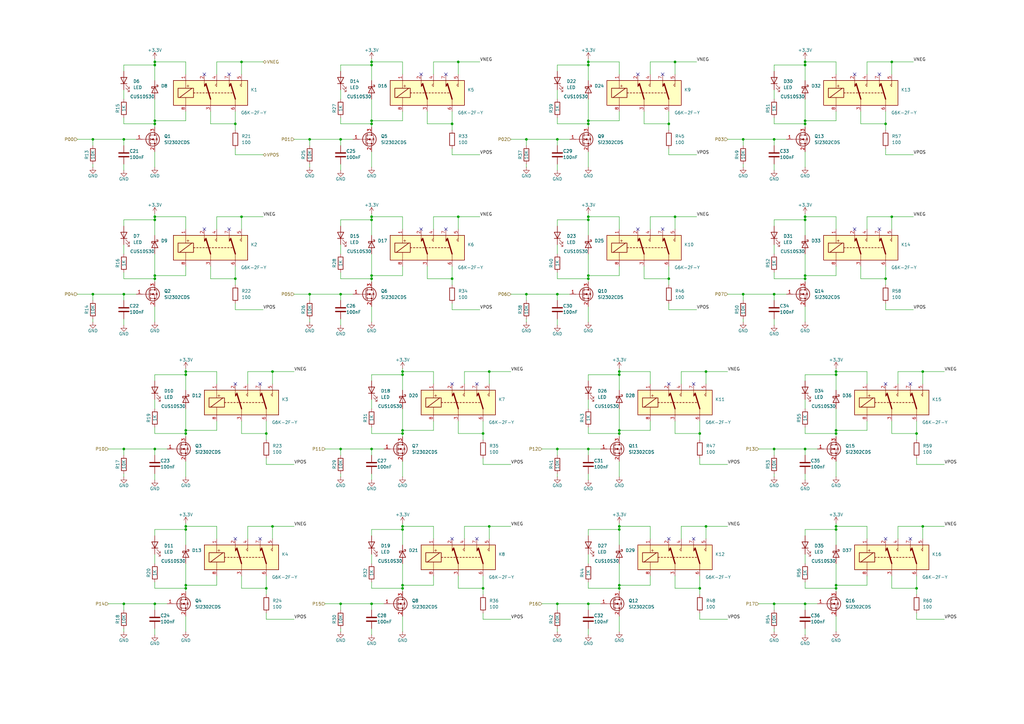
<source format=kicad_sch>
(kicad_sch (version 20250114) (generator "eeschema") (generator_version "9.0")
  (paper "A3")
  (junction (at 363.22 50.8))
  (junction (at 38.1 57.15))
  (junction (at 254 241.3))
  (junction (at 165.1 215.9))
  (junction (at 152.4 113.03))
  (junction (at 241.3 26.67))
  (junction (at 152.4 114.3))
  (junction (at 63.5 26.67))
  (junction (at 165.1 152.4))
  (junction (at 139.7 57.15))
  (junction (at 99.06 88.9))
  (junction (at 241.3 88.9))
  (junction (at 365.76 25.4))
  (junction (at 241.3 90.17))
  (junction (at 276.86 88.9))
  (junction (at 228.6 184.15))
  (junction (at 200.66 152.4))
  (junction (at 76.2 177.8))
  (junction (at 63.5 247.65))
  (junction (at 111.76 152.4))
  (junction (at 342.9 241.3))
  (junction (at 165.1 241.3))
  (junction (at 254 152.4))
  (junction (at 152.4 49.53))
  (junction (at 63.5 50.8))
  (junction (at 254 215.9))
  (junction (at 241.3 113.03))
  (junction (at 289.56 215.9))
  (junction (at 76.2 240.03))
  (junction (at 50.8 247.65))
  (junction (at 63.5 90.17))
  (junction (at 375.92 241.3))
  (junction (at 165.1 217.17))
  (junction (at 342.9 177.8))
  (junction (at 109.22 241.3))
  (junction (at 76.2 152.4))
  (junction (at 342.9 152.4))
  (junction (at 254 176.53))
  (junction (at 215.9 120.65))
  (junction (at 330.2 114.3))
  (junction (at 152.4 25.4))
  (junction (at 289.56 152.4))
  (junction (at 254 217.17))
  (junction (at 165.1 176.53))
  (junction (at 127 57.15))
  (junction (at 187.96 25.4))
  (junction (at 342.9 217.17))
  (junction (at 63.5 88.9))
  (junction (at 330.2 247.65))
  (junction (at 342.9 176.53))
  (junction (at 342.9 153.67))
  (junction (at 330.2 26.67))
  (junction (at 330.2 88.9))
  (junction (at 317.5 184.15))
  (junction (at 50.8 184.15))
  (junction (at 139.7 184.15))
  (junction (at 304.8 57.15))
  (junction (at 76.2 176.53))
  (junction (at 99.06 25.4))
  (junction (at 215.9 57.15))
  (junction (at 152.4 90.17))
  (junction (at 165.1 177.8))
  (junction (at 330.2 49.53))
  (junction (at 317.5 247.65))
  (junction (at 63.5 184.15))
  (junction (at 63.5 113.03))
  (junction (at 254 177.8))
  (junction (at 330.2 25.4))
  (junction (at 63.5 49.53))
  (junction (at 198.12 177.8))
  (junction (at 63.5 114.3))
  (junction (at 50.8 120.65))
  (junction (at 228.6 57.15))
  (junction (at 241.3 114.3))
  (junction (at 96.52 50.8))
  (junction (at 317.5 120.65))
  (junction (at 330.2 184.15))
  (junction (at 152.4 88.9))
  (junction (at 200.66 215.9))
  (junction (at 241.3 184.15))
  (junction (at 152.4 26.67))
  (junction (at 198.12 241.3))
  (junction (at 63.5 25.4))
  (junction (at 276.86 25.4))
  (junction (at 185.42 114.3))
  (junction (at 111.76 215.9))
  (junction (at 152.4 247.65))
  (junction (at 241.3 50.8))
  (junction (at 76.2 153.67))
  (junction (at 152.4 50.8))
  (junction (at 165.1 153.67))
  (junction (at 50.8 57.15))
  (junction (at 187.96 88.9))
  (junction (at 254 153.67))
  (junction (at 254 240.03))
  (junction (at 76.2 215.9))
  (junction (at 228.6 247.65))
  (junction (at 96.52 114.3))
  (junction (at 38.1 120.65))
  (junction (at 241.3 25.4))
  (junction (at 274.32 114.3))
  (junction (at 76.2 217.17))
  (junction (at 139.7 247.65))
  (junction (at 241.3 247.65))
  (junction (at 76.2 241.3))
  (junction (at 317.5 57.15))
  (junction (at 287.02 241.3))
  (junction (at 375.92 177.8))
  (junction (at 330.2 90.17))
  (junction (at 378.46 215.9))
  (junction (at 330.2 50.8))
  (junction (at 241.3 49.53))
  (junction (at 185.42 50.8))
  (junction (at 342.9 240.03))
  (junction (at 127 120.65))
  (junction (at 342.9 215.9))
  (junction (at 363.22 114.3))
  (junction (at 287.02 177.8))
  (junction (at 165.1 240.03))
  (junction (at 152.4 184.15))
  (junction (at 330.2 113.03))
  (junction (at 109.22 177.8))
  (junction (at 274.32 50.8))
  (junction (at 378.46 152.4))
  (junction (at 139.7 120.65))
  (junction (at 228.6 120.65))
  (junction (at 365.76 88.9))
  (junction (at 304.8 120.65))
  (no_connect (at 172.72 93.98))
  (no_connect (at 274.32 220.98))
  (no_connect (at 284.48 157.48))
  (no_connect (at 261.62 30.48))
  (no_connect (at 185.42 157.48))
  (no_connect (at 271.78 93.98))
  (no_connect (at 274.32 157.48))
  (no_connect (at 350.52 30.48))
  (no_connect (at 93.98 93.98))
  (no_connect (at 83.82 93.98))
  (no_connect (at 373.38 157.48))
  (no_connect (at 83.82 30.48))
  (no_connect (at 93.98 30.48))
  (no_connect (at 363.22 220.98))
  (no_connect (at 185.42 220.98))
  (no_connect (at 284.48 220.98))
  (no_connect (at 261.62 93.98))
  (no_connect (at 172.72 30.48))
  (no_connect (at 182.88 30.48))
  (no_connect (at 96.52 220.98))
  (no_connect (at 271.78 30.48))
  (no_connect (at 363.22 157.48))
  (no_connect (at 106.68 220.98))
  (no_connect (at 182.88 93.98))
  (no_connect (at 350.52 93.98))
  (no_connect (at 195.58 157.48))
  (no_connect (at 360.68 30.48))
  (no_connect (at 106.68 157.48))
  (no_connect (at 96.52 157.48))
  (no_connect (at 360.68 93.98))
  (no_connect (at 373.38 220.98))
  (no_connect (at 195.58 220.98))
  (wire (pts (xy 241.3 177.8) (xy 254 177.8)))
  (wire (pts (xy 76.2 177.8) (xy 76.2 179.07)))
  (wire (pts (xy 254 153.67) (xy 254 160.02)))
  (wire (pts (xy 88.9 88.9) (xy 99.06 88.9)))
  (wire (pts (xy 289.56 215.9) (xy 289.56 220.98)))
  (wire (pts (xy 317.5 90.17) (xy 330.2 90.17)))
  (wire (pts (xy 330.2 40.64) (xy 330.2 49.53)))
  (wire (pts (xy 76.2 45.72) (xy 76.2 49.53)))
  (wire (pts (xy 375.92 251.46) (xy 375.92 254)))
  (wire (pts (xy 152.4 167.64) (xy 152.4 163.83)))
  (wire (pts (xy 38.1 67.31) (xy 38.1 68.58)))
  (wire (pts (xy 274.32 114.3) (xy 274.32 109.22)))
  (wire (pts (xy 330.2 113.03) (xy 330.2 114.3)))
  (wire (pts (xy 215.9 57.15) (xy 215.9 59.69)))
  (wire (pts (xy 152.4 50.8) (xy 152.4 52.07)))
  (wire (pts (xy 63.5 231.14) (xy 63.5 227.33)))
  (wire (pts (xy 342.9 152.4) (xy 342.9 153.67)))
  (wire (pts (xy 279.4 215.9) (xy 289.56 215.9)))
  (wire (pts (xy 88.9 176.53) (xy 76.2 176.53)))
  (wire (pts (xy 353.06 45.72) (xy 353.06 50.8)))
  (wire (pts (xy 177.8 157.48) (xy 177.8 152.4)))
  (wire (pts (xy 317.5 257.81) (xy 317.5 259.08)))
  (wire (pts (xy 109.22 251.46) (xy 109.22 254)))
  (wire (pts (xy 187.96 25.4) (xy 196.85 25.4)))
  (wire (pts (xy 50.8 57.15) (xy 55.88 57.15)))
  (wire (pts (xy 228.6 194.31) (xy 228.6 195.58)))
  (wire (pts (xy 38.1 57.15) (xy 38.1 59.69)))
  (wire (pts (xy 31.75 57.15) (xy 38.1 57.15)))
  (wire (pts (xy 139.7 247.65) (xy 152.4 247.65)))
  (wire (pts (xy 63.5 104.14) (xy 63.5 113.03)))
  (wire (pts (xy 276.86 177.8) (xy 287.02 177.8)))
  (wire (pts (xy 342.9 214.63) (xy 342.9 215.9)))
  (wire (pts (xy 241.3 49.53) (xy 241.3 50.8)))
  (wire (pts (xy 198.12 187.96) (xy 198.12 190.5)))
  (wire (pts (xy 228.6 57.15) (xy 228.6 59.69)))
  (wire (pts (xy 375.92 177.8) (xy 375.92 180.34)))
  (wire (pts (xy 241.3 125.73) (xy 241.3 132.08)))
  (wire (pts (xy 330.2 217.17) (xy 342.9 217.17)))
  (wire (pts (xy 317.5 120.65) (xy 322.58 120.65)))
  (wire (pts (xy 187.96 88.9) (xy 187.96 93.98)))
  (wire (pts (xy 228.6 247.65) (xy 228.6 250.19)))
  (wire (pts (xy 96.52 114.3) (xy 96.52 109.22)))
  (wire (pts (xy 38.1 120.65) (xy 38.1 123.19)))
  (wire (pts (xy 342.9 167.64) (xy 342.9 176.53)))
  (wire (pts (xy 279.4 220.98) (xy 279.4 215.9)))
  (wire (pts (xy 254 189.23) (xy 254 195.58)))
  (wire (pts (xy 111.76 215.9) (xy 120.65 215.9)))
  (wire (pts (xy 88.9 157.48) (xy 88.9 152.4)))
  (wire (pts (xy 241.3 24.13) (xy 241.3 25.4)))
  (wire (pts (xy 96.52 114.3) (xy 96.52 116.84)))
  (wire (pts (xy 241.3 217.17) (xy 241.3 219.71)))
  (wire (pts (xy 86.36 114.3) (xy 96.52 114.3)))
  (wire (pts (xy 254 217.17) (xy 254 223.52)))
  (wire (pts (xy 266.7 88.9) (xy 276.86 88.9)))
  (wire (pts (xy 241.3 153.67) (xy 241.3 156.21)))
  (wire (pts (xy 50.8 90.17) (xy 50.8 92.71)))
  (wire (pts (xy 76.2 215.9) (xy 76.2 217.17)))
  (wire (pts (xy 86.36 50.8) (xy 96.52 50.8)))
  (wire (pts (xy 355.6 25.4) (xy 365.76 25.4)))
  (wire (pts (xy 190.5 157.48) (xy 190.5 152.4)))
  (wire (pts (xy 330.2 167.64) (xy 330.2 163.83)))
  (wire (pts (xy 165.1 215.9) (xy 177.8 215.9)))
  (wire (pts (xy 165.1 240.03) (xy 165.1 241.3)))
  (wire (pts (xy 215.9 120.65) (xy 215.9 123.19)))
  (wire (pts (xy 200.66 215.9) (xy 200.66 220.98)))
  (wire (pts (xy 50.8 26.67) (xy 63.5 26.67)))
  (wire (pts (xy 317.5 247.65) (xy 330.2 247.65)))
  (wire (pts (xy 139.7 48.26) (xy 139.7 50.8)))
  (wire (pts (xy 50.8 26.67) (xy 50.8 29.21)))
  (wire (pts (xy 177.8 25.4) (xy 187.96 25.4)))
  (wire (pts (xy 215.9 120.65) (xy 228.6 120.65)))
  (wire (pts (xy 185.42 50.8) (xy 185.42 53.34)))
  (wire (pts (xy 63.5 247.65) (xy 68.58 247.65)))
  (wire (pts (xy 63.5 113.03) (xy 63.5 114.3)))
  (wire (pts (xy 241.3 257.81) (xy 241.3 260.35)))
  (wire (pts (xy 254 214.63) (xy 254 215.9)))
  (wire (pts (xy 266.7 157.48) (xy 266.7 152.4)))
  (wire (pts (xy 76.2 152.4) (xy 88.9 152.4)))
  (wire (pts (xy 276.86 172.72) (xy 276.86 177.8)))
  (wire (pts (xy 254 252.73) (xy 254 259.08)))
  (wire (pts (xy 254 240.03) (xy 254 241.3)))
  (wire (pts (xy 63.5 217.17) (xy 63.5 219.71)))
  (wire (pts (xy 120.65 57.15) (xy 127 57.15)))
  (wire (pts (xy 109.22 177.8) (xy 109.22 180.34)))
  (wire (pts (xy 365.76 88.9) (xy 374.65 88.9)))
  (wire (pts (xy 287.02 177.8) (xy 287.02 172.72)))
  (wire (pts (xy 353.06 114.3) (xy 363.22 114.3)))
  (wire (pts (xy 96.52 50.8) (xy 96.52 53.34)))
  (wire (pts (xy 152.4 175.26) (xy 152.4 177.8)))
  (wire (pts (xy 342.9 177.8) (xy 342.9 179.07)))
  (wire (pts (xy 63.5 241.3) (xy 76.2 241.3)))
  (wire (pts (xy 241.3 114.3) (xy 241.3 115.57)))
  (wire (pts (xy 101.6 215.9) (xy 111.76 215.9)))
  (wire (pts (xy 355.6 236.22) (xy 355.6 240.03)))
  (wire (pts (xy 152.4 26.67) (xy 152.4 33.02)))
  (wire (pts (xy 165.1 153.67) (xy 165.1 160.02)))
  (wire (pts (xy 177.8 93.98) (xy 177.8 88.9)))
  (wire (pts (xy 63.5 49.53) (xy 63.5 50.8)))
  (wire (pts (xy 139.7 114.3) (xy 152.4 114.3)))
  (wire (pts (xy 139.7 57.15) (xy 144.78 57.15)))
  (wire (pts (xy 363.22 127) (xy 374.65 127)))
  (wire (pts (xy 152.4 241.3) (xy 165.1 241.3)))
  (wire (pts (xy 317.5 57.15) (xy 322.58 57.15)))
  (wire (pts (xy 50.8 40.64) (xy 50.8 36.83)))
  (wire (pts (xy 355.6 240.03) (xy 342.9 240.03)))
  (wire (pts (xy 63.5 40.64) (xy 63.5 49.53)))
  (wire (pts (xy 254 167.64) (xy 254 176.53)))
  (wire (pts (xy 63.5 184.15) (xy 63.5 186.69)))
  (wire (pts (xy 317.5 50.8) (xy 330.2 50.8)))
  (wire (pts (xy 355.6 157.48) (xy 355.6 152.4)))
  (wire (pts (xy 287.02 190.5) (xy 298.45 190.5)))
  (wire (pts (xy 330.2 238.76) (xy 330.2 241.3)))
  (wire (pts (xy 228.6 90.17) (xy 228.6 92.71)))
  (wire (pts (xy 198.12 177.8) (xy 198.12 172.72)))
  (wire (pts (xy 99.06 25.4) (xy 99.06 30.48)))
  (wire (pts (xy 365.76 172.72) (xy 365.76 177.8)))
  (wire (pts (xy 88.9 172.72) (xy 88.9 176.53)))
  (wire (pts (xy 175.26 114.3) (xy 185.42 114.3)))
  (wire (pts (xy 50.8 50.8) (xy 63.5 50.8)))
  (wire (pts (xy 99.06 177.8) (xy 109.22 177.8)))
  (wire (pts (xy 228.6 90.17) (xy 241.3 90.17)))
  (wire (pts (xy 342.9 215.9) (xy 342.9 217.17)))
  (wire (pts (xy 330.2 87.63) (xy 330.2 88.9)))
  (wire (pts (xy 228.6 40.64) (xy 228.6 36.83)))
  (wire (pts (xy 88.9 240.03) (xy 76.2 240.03)))
  (wire (pts (xy 139.7 120.65) (xy 139.7 123.19)))
  (wire (pts (xy 266.7 30.48) (xy 266.7 25.4)))
  (wire (pts (xy 50.8 130.81) (xy 50.8 133.35)))
  (wire (pts (xy 304.8 57.15) (xy 317.5 57.15)))
  (wire (pts (xy 228.6 247.65) (xy 241.3 247.65)))
  (wire (pts (xy 165.1 241.3) (xy 165.1 242.57)))
  (wire (pts (xy 165.1 177.8) (xy 165.1 179.07)))
  (wire (pts (xy 111.76 152.4) (xy 111.76 157.48)))
  (wire (pts (xy 254 177.8) (xy 254 179.07)))
  (wire (pts (xy 228.6 50.8) (xy 241.3 50.8)))
  (wire (pts (xy 228.6 48.26) (xy 228.6 50.8)))
  (wire (pts (xy 342.9 45.72) (xy 342.9 49.53)))
  (wire (pts (xy 99.06 88.9) (xy 107.95 88.9)))
  (wire (pts (xy 215.9 130.81) (xy 215.9 132.08)))
  (wire (pts (xy 63.5 153.67) (xy 76.2 153.67)))
  (wire (pts (xy 198.12 241.3) (xy 198.12 243.84)))
  (wire (pts (xy 63.5 184.15) (xy 68.58 184.15)))
  (wire (pts (xy 198.12 251.46) (xy 198.12 254)))
  (wire (pts (xy 317.5 247.65) (xy 317.5 250.19)))
  (wire (pts (xy 63.5 25.4) (xy 76.2 25.4)))
  (wire (pts (xy 187.96 241.3) (xy 198.12 241.3)))
  (wire (pts (xy 375.92 177.8) (xy 375.92 172.72)))
  (wire (pts (xy 165.1 214.63) (xy 165.1 215.9)))
  (wire (pts (xy 165.1 45.72) (xy 165.1 49.53)))
  (wire (pts (xy 365.76 25.4) (xy 365.76 30.48)))
  (wire (pts (xy 209.55 57.15) (xy 215.9 57.15)))
  (wire (pts (xy 222.25 247.65) (xy 228.6 247.65)))
  (wire (pts (xy 228.6 120.65) (xy 233.68 120.65)))
  (wire (pts (xy 342.9 189.23) (xy 342.9 195.58)))
  (wire (pts (xy 177.8 88.9) (xy 187.96 88.9)))
  (wire (pts (xy 368.3 220.98) (xy 368.3 215.9)))
  (wire (pts (xy 363.22 50.8) (xy 363.22 45.72)))
  (wire (pts (xy 76.2 241.3) (xy 76.2 242.57)))
  (wire (pts (xy 50.8 184.15) (xy 50.8 186.69)))
  (wire (pts (xy 342.9 49.53) (xy 330.2 49.53)))
  (wire (pts (xy 139.7 26.67) (xy 139.7 29.21)))
  (wire (pts (xy 241.3 25.4) (xy 254 25.4)))
  (wire (pts (xy 330.2 25.4) (xy 330.2 26.67)))
  (wire (pts (xy 254 231.14) (xy 254 240.03)))
  (wire (pts (xy 165.1 49.53) (xy 152.4 49.53)))
  (wire (pts (xy 63.5 125.73) (xy 63.5 132.08)))
  (wire (pts (xy 355.6 176.53) (xy 342.9 176.53)))
  (wire (pts (xy 241.3 194.31) (xy 241.3 196.85)))
  (wire (pts (xy 304.8 57.15) (xy 304.8 59.69)))
  (wire (pts (xy 317.5 120.65) (xy 317.5 123.19)))
  (wire (pts (xy 274.32 127) (xy 285.75 127)))
  (wire (pts (xy 342.9 176.53) (xy 342.9 177.8)))
  (wire (pts (xy 264.16 109.22) (xy 264.16 114.3)))
  (wire (pts (xy 378.46 215.9) (xy 378.46 220.98)))
  (wire (pts (xy 365.76 25.4) (xy 374.65 25.4)))
  (wire (pts (xy 375.92 241.3) (xy 375.92 243.84)))
  (wire (pts (xy 264.16 45.72) (xy 264.16 50.8)))
  (wire (pts (xy 165.1 231.14) (xy 165.1 240.03)))
  (wire (pts (xy 109.22 177.8) (xy 109.22 172.72)))
  (wire (pts (xy 228.6 57.15) (xy 233.68 57.15)))
  (wire (pts (xy 342.9 152.4) (xy 355.6 152.4)))
  (wire (pts (xy 241.3 50.8) (xy 241.3 52.07)))
  (wire (pts (xy 241.3 87.63) (xy 241.3 88.9)))
  (wire (pts (xy 241.3 247.65) (xy 246.38 247.65)))
  (wire (pts (xy 241.3 184.15) (xy 246.38 184.15)))
  (wire (pts (xy 241.3 247.65) (xy 241.3 250.19)))
  (wire (pts (xy 152.4 153.67) (xy 152.4 156.21)))
  (wire (pts (xy 355.6 172.72) (xy 355.6 176.53)))
  (wire (pts (xy 63.5 175.26) (xy 63.5 177.8)))
  (wire (pts (xy 330.2 90.17) (xy 330.2 96.52)))
  (wire (pts (xy 50.8 184.15) (xy 63.5 184.15)))
  (wire (pts (xy 165.1 30.48) (xy 165.1 25.4)))
  (wire (pts (xy 279.4 152.4) (xy 289.56 152.4)))
  (wire (pts (xy 363.22 124.46) (xy 363.22 127)))
  (wire (pts (xy 177.8 220.98) (xy 177.8 215.9)))
  (wire (pts (xy 274.32 124.46) (xy 274.32 127)))
  (wire (pts (xy 88.9 220.98) (xy 88.9 215.9)))
  (wire (pts (xy 127 120.65) (xy 127 123.19)))
  (wire (pts (xy 342.9 217.17) (xy 342.9 223.52)))
  (wire (pts (xy 50.8 120.65) (xy 50.8 123.19)))
  (wire (pts (xy 139.7 184.15) (xy 152.4 184.15)))
  (wire (pts (xy 228.6 257.81) (xy 228.6 259.08)))
  (wire (pts (xy 50.8 194.31) (xy 50.8 195.58)))
  (wire (pts (xy 241.3 167.64) (xy 241.3 163.83)))
  (wire (pts (xy 63.5 247.65) (xy 63.5 250.19)))
  (wire (pts (xy 63.5 177.8) (xy 76.2 177.8)))
  (wire (pts (xy 342.9 93.98) (xy 342.9 88.9)))
  (wire (pts (xy 200.66 215.9) (xy 209.55 215.9)))
  (wire (pts (xy 363.22 60.96) (xy 363.22 63.5)))
  (wire (pts (xy 355.6 30.48) (xy 355.6 25.4)))
  (wire (pts (xy 209.55 120.65) (xy 215.9 120.65)))
  (wire (pts (xy 187.96 177.8) (xy 198.12 177.8)))
  (wire (pts (xy 96.52 60.96) (xy 96.52 63.5)))
  (wire (pts (xy 139.7 247.65) (xy 139.7 250.19)))
  (wire (pts (xy 276.86 88.9) (xy 285.75 88.9)))
  (wire (pts (xy 368.3 152.4) (xy 378.46 152.4)))
  (wire (pts (xy 63.5 88.9) (xy 63.5 90.17)))
  (wire (pts (xy 330.2 217.17) (xy 330.2 219.71)))
  (wire (pts (xy 190.5 215.9) (xy 200.66 215.9)))
  (wire (pts (xy 99.06 241.3) (xy 109.22 241.3)))
  (wire (pts (xy 63.5 194.31) (xy 63.5 196.85)))
  (wire (pts (xy 317.5 90.17) (xy 317.5 92.71)))
  (wire (pts (xy 152.4 217.17) (xy 165.1 217.17)))
  (wire (pts (xy 228.6 26.67) (xy 228.6 29.21)))
  (wire (pts (xy 241.3 153.67) (xy 254 153.67)))
  (wire (pts (xy 76.2 231.14) (xy 76.2 240.03)))
  (wire (pts (xy 109.22 241.3) (xy 109.22 236.22)))
  (wire (pts (xy 50.8 247.65) (xy 50.8 250.19)))
  (wire (pts (xy 330.2 257.81) (xy 330.2 260.35)))
  (wire (pts (xy 165.1 189.23) (xy 165.1 195.58)))
  (wire (pts (xy 63.5 50.8) (xy 63.5 52.07)))
  (wire (pts (xy 139.7 57.15) (xy 139.7 59.69)))
  (wire (pts (xy 241.3 62.23) (xy 241.3 68.58)))
  (wire (pts (xy 99.06 172.72) (xy 99.06 177.8)))
  (wire (pts (xy 177.8 236.22) (xy 177.8 240.03)))
  (wire (pts (xy 152.4 247.65) (xy 157.48 247.65)))
  (wire (pts (xy 101.6 157.48) (xy 101.6 152.4)))
  (wire (pts (xy 120.65 120.65) (xy 127 120.65)))
  (wire (pts (xy 365.76 236.22) (xy 365.76 241.3)))
  (wire (pts (xy 266.7 236.22) (xy 266.7 240.03)))
  (wire (pts (xy 228.6 26.67) (xy 241.3 26.67)))
  (wire (pts (xy 287.02 187.96) (xy 287.02 190.5)))
  (wire (pts (xy 330.2 153.67) (xy 330.2 156.21)))
  (wire (pts (xy 241.3 184.15) (xy 241.3 186.69)))
  (wire (pts (xy 76.2 49.53) (xy 63.5 49.53)))
  (wire (pts (xy 317.5 111.76) (xy 317.5 114.3)))
  (wire (pts (xy 127 67.31) (xy 127 68.58)))
  (wire (pts (xy 368.3 215.9) (xy 378.46 215.9)))
  (wire (pts (xy 63.5 62.23) (xy 63.5 68.58)))
  (wire (pts (xy 228.6 184.15) (xy 241.3 184.15)))
  (wire (pts (xy 152.4 247.65) (xy 152.4 250.19)))
  (wire (pts (xy 152.4 25.4) (xy 165.1 25.4)))
  (wire (pts (xy 185.42 60.96) (xy 185.42 63.5)))
  (wire (pts (xy 165.1 109.22) (xy 165.1 113.03)))
  (wire (pts (xy 50.8 104.14) (xy 50.8 100.33)))
  (wire (pts (xy 139.7 130.81) (xy 139.7 133.35)))
  (wire (pts (xy 165.1 176.53) (xy 165.1 177.8)))
  (wire (pts (xy 187.96 236.22) (xy 187.96 241.3)))
  (wire (pts (xy 342.9 151.13) (xy 342.9 152.4)))
  (wire (pts (xy 190.5 152.4) (xy 200.66 152.4)))
  (wire (pts (xy 139.7 111.76) (xy 139.7 114.3)))
  (wire (pts (xy 287.02 177.8) (xy 287.02 180.34)))
  (wire (pts (xy 38.1 57.15) (xy 50.8 57.15)))
  (wire (pts (xy 375.92 187.96) (xy 375.92 190.5)))
  (wire (pts (xy 63.5 26.67) (xy 63.5 33.02)))
  (wire (pts (xy 365.76 177.8) (xy 375.92 177.8)))
  (wire (pts (xy 127 130.81) (xy 127 132.08)))
  (wire (pts (xy 152.4 104.14) (xy 152.4 113.03)))
  (wire (pts (xy 241.3 113.03) (xy 241.3 114.3)))
  (wire (pts (xy 241.3 238.76) (xy 241.3 241.3)))
  (wire (pts (xy 109.22 190.5) (xy 120.65 190.5)))
  (wire (pts (xy 109.22 241.3) (xy 109.22 243.84)))
  (wire (pts (xy 363.22 114.3) (xy 363.22 116.84)))
  (wire (pts (xy 152.4 231.14) (xy 152.4 227.33)))
  (wire (pts (xy 152.4 24.13) (xy 152.4 25.4)))
  (wire (pts (xy 99.06 25.4) (xy 107.95 25.4)))
  (wire (pts (xy 330.2 88.9) (xy 342.9 88.9)))
  (wire (pts (xy 198.12 241.3) (xy 198.12 236.22)))
  (wire (pts (xy 330.2 247.65) (xy 335.28 247.65)))
  (wire (pts (xy 152.4 177.8) (xy 165.1 177.8)))
  (wire (pts (xy 50.8 111.76) (xy 50.8 114.3)))
  (wire (pts (xy 330.2 62.23) (xy 330.2 68.58)))
  (wire (pts (xy 266.7 220.98) (xy 266.7 215.9)))
  (wire (pts (xy 266.7 93.98) (xy 266.7 88.9)))
  (wire (pts (xy 375.92 190.5) (xy 387.35 190.5)))
  (wire (pts (xy 342.9 30.48) (xy 342.9 25.4)))
  (wire (pts (xy 63.5 25.4) (xy 63.5 26.67)))
  (wire (pts (xy 241.3 90.17) (xy 241.3 96.52)))
  (wire (pts (xy 365.76 88.9) (xy 365.76 93.98)))
  (wire (pts (xy 330.2 24.13) (xy 330.2 25.4)))
  (wire (pts (xy 304.8 120.65) (xy 304.8 123.19)))
  (wire (pts (xy 342.9 241.3) (xy 342.9 242.57)))
  (wire (pts (xy 152.4 49.53) (xy 152.4 50.8)))
  (wire (pts (xy 330.2 184.15) (xy 330.2 186.69)))
  (wire (pts (xy 317.5 67.31) (xy 317.5 69.85)))
  (wire (pts (xy 274.32 63.5) (xy 285.75 63.5)))
  (wire (pts (xy 330.2 125.73) (xy 330.2 132.08)))
  (wire (pts (xy 50.8 257.81) (xy 50.8 259.08)))
  (wire (pts (xy 266.7 240.03) (xy 254 240.03)))
  (wire (pts (xy 254 176.53) (xy 254 177.8)))
  (wire (pts (xy 99.06 236.22) (xy 99.06 241.3)))
  (wire (pts (xy 287.02 254) (xy 298.45 254)))
  (wire (pts (xy 274.32 60.96) (xy 274.32 63.5)))
  (wire (pts (xy 228.6 67.31) (xy 228.6 69.85)))
  (wire (pts (xy 152.4 87.63) (xy 152.4 88.9)))
  (wire (pts (xy 254 113.03) (xy 241.3 113.03)))
  (wire (pts (xy 317.5 26.67) (xy 317.5 29.21)))
  (wire (pts (xy 177.8 172.72) (xy 177.8 176.53)))
  (wire (pts (xy 254 49.53) (xy 241.3 49.53)))
  (wire (pts (xy 317.5 130.81) (xy 317.5 133.35)))
  (wire (pts (xy 375.92 241.3) (xy 375.92 236.22)))
  (wire (pts (xy 287.02 241.3) (xy 287.02 243.84)))
  (wire (pts (xy 355.6 93.98) (xy 355.6 88.9)))
  (wire (pts (xy 190.5 220.98) (xy 190.5 215.9)))
  (wire (pts (xy 317.5 184.15) (xy 317.5 186.69)))
  (wire (pts (xy 96.52 124.46) (xy 96.52 127)))
  (wire (pts (xy 317.5 184.15) (xy 330.2 184.15)))
  (wire (pts (xy 241.3 241.3) (xy 254 241.3)))
  (wire (pts (xy 276.86 25.4) (xy 276.86 30.48)))
  (wire (pts (xy 165.1 252.73) (xy 165.1 259.08)))
  (wire (pts (xy 152.4 184.15) (xy 152.4 186.69)))
  (wire (pts (xy 38.1 120.65) (xy 50.8 120.65)))
  (wire (pts (xy 365.76 241.3) (xy 375.92 241.3)))
  (wire (pts (xy 228.6 114.3) (xy 241.3 114.3)))
  (wire (pts (xy 330.2 104.14) (xy 330.2 113.03)))
  (wire (pts (xy 228.6 104.14) (xy 228.6 100.33)))
  (wire (pts (xy 76.2 93.98) (xy 76.2 88.9)))
  (wire (pts (xy 139.7 257.81) (xy 139.7 259.08)))
  (wire (pts (xy 241.3 25.4) (xy 241.3 26.67)))
  (wire (pts (xy 228.6 120.65) (xy 228.6 123.19)))
  (wire (pts (xy 289.56 152.4) (xy 289.56 157.48)))
  (wire (pts (xy 254 215.9) (xy 266.7 215.9)))
  (wire (pts (xy 228.6 111.76) (xy 228.6 114.3)))
  (wire (pts (xy 152.4 40.64) (xy 152.4 49.53)))
  (wire (pts (xy 317.5 57.15) (xy 317.5 59.69)))
  (wire (pts (xy 330.2 247.65) (xy 330.2 250.19)))
  (wire (pts (xy 330.2 231.14) (xy 330.2 227.33)))
  (wire (pts (xy 152.4 153.67) (xy 165.1 153.67)))
  (wire (pts (xy 165.1 167.64) (xy 165.1 176.53)))
  (wire (pts (xy 139.7 90.17) (xy 139.7 92.71)))
  (wire (pts (xy 63.5 238.76) (xy 63.5 241.3)))
  (wire (pts (xy 378.46 152.4) (xy 387.35 152.4)))
  (wire (pts (xy 289.56 215.9) (xy 298.45 215.9)))
  (wire (pts (xy 139.7 120.65) (xy 144.78 120.65)))
  (wire (pts (xy 330.2 50.8) (xy 330.2 52.07)))
  (wire (pts (xy 274.32 50.8) (xy 274.32 53.34)))
  (wire (pts (xy 165.1 152.4) (xy 165.1 153.67)))
  (wire (pts (xy 185.42 50.8) (xy 185.42 45.72)))
  (wire (pts (xy 228.6 130.81) (xy 228.6 133.35)))
  (wire (pts (xy 304.8 67.31) (xy 304.8 68.58)))
  (wire (pts (xy 198.12 190.5) (xy 209.55 190.5)))
  (wire (pts (xy 241.3 40.64) (xy 241.3 49.53)))
  (wire (pts (xy 76.2 113.03) (xy 63.5 113.03)))
  (wire (pts (xy 254 30.48) (xy 254 25.4)))
  (wire (pts (xy 101.6 220.98) (xy 101.6 215.9)))
  (wire (pts (xy 96.52 63.5) (xy 107.95 63.5)))
  (wire (pts (xy 215.9 67.31) (xy 215.9 68.58)))
  (wire (pts (xy 127 120.65) (xy 139.7 120.65)))
  (wire (pts (xy 152.4 125.73) (xy 152.4 132.08)))
  (wire (pts (xy 76.2 252.73) (xy 76.2 259.08)))
  (wire (pts (xy 378.46 215.9) (xy 387.35 215.9)))
  (wire (pts (xy 165.1 215.9) (xy 165.1 217.17)))
  (wire (pts (xy 76.2 217.17) (xy 76.2 223.52)))
  (wire (pts (xy 86.36 45.72) (xy 86.36 50.8)))
  (wire (pts (xy 317.5 114.3) (xy 330.2 114.3)))
  (wire (pts (xy 330.2 26.67) (xy 330.2 33.02)))
  (wire (pts (xy 152.4 113.03) (xy 152.4 114.3)))
  (wire (pts (xy 111.76 215.9) (xy 111.76 220.98)))
  (wire (pts (xy 152.4 90.17) (xy 152.4 96.52)))
  (wire (pts (xy 63.5 153.67) (xy 63.5 156.21)))
  (wire (pts (xy 152.4 194.31) (xy 152.4 196.85)))
  (wire (pts (xy 317.5 194.31) (xy 317.5 195.58)))
  (wire (pts (xy 287.02 251.46) (xy 287.02 254)))
  (wire (pts (xy 44.45 247.65) (xy 50.8 247.65)))
  (wire (pts (xy 86.36 109.22) (xy 86.36 114.3)))
  (wire (pts (xy 276.86 88.9) (xy 276.86 93.98)))
  (wire (pts (xy 139.7 194.31) (xy 139.7 195.58)))
  (wire (pts (xy 139.7 67.31) (xy 139.7 69.85)))
  (wire (pts (xy 99.06 88.9) (xy 99.06 93.98)))
  (wire (pts (xy 96.52 127) (xy 107.95 127)))
  (wire (pts (xy 152.4 257.81) (xy 152.4 260.35)))
  (wire (pts (xy 266.7 176.53) (xy 254 176.53)))
  (wire (pts (xy 264.16 114.3) (xy 274.32 114.3)))
  (wire (pts (xy 139.7 104.14) (xy 139.7 100.33)))
  (wire (pts (xy 330.2 49.53) (xy 330.2 50.8)))
  (wire (pts (xy 177.8 176.53) (xy 165.1 176.53)))
  (wire (pts (xy 355.6 220.98) (xy 355.6 215.9)))
  (wire (pts (xy 177.8 240.03) (xy 165.1 240.03)))
  (wire (pts (xy 241.3 88.9) (xy 254 88.9)))
  (wire (pts (xy 342.9 215.9) (xy 355.6 215.9)))
  (wire (pts (xy 139.7 26.67) (xy 152.4 26.67)))
  (wire (pts (xy 254 152.4) (xy 266.7 152.4)))
  (wire (pts (xy 200.66 152.4) (xy 209.55 152.4)))
  (wire (pts (xy 363.22 63.5) (xy 374.65 63.5)))
  (wire (pts (xy 152.4 62.23) (xy 152.4 68.58)))
  (wire (pts (xy 76.2 215.9) (xy 88.9 215.9)))
  (wire (pts (xy 139.7 50.8) (xy 152.4 50.8)))
  (wire (pts (xy 342.9 231.14) (xy 342.9 240.03)))
  (wire (pts (xy 187.96 172.72) (xy 187.96 177.8)))
  (wire (pts (xy 50.8 90.17) (xy 63.5 90.17)))
  (wire (pts (xy 254 215.9) (xy 254 217.17)))
  (wire (pts (xy 185.42 124.46) (xy 185.42 127)))
  (wire (pts (xy 274.32 114.3) (xy 274.32 116.84)))
  (wire (pts (xy 241.3 26.67) (xy 241.3 33.02)))
  (wire (pts (xy 133.35 184.15) (xy 139.7 184.15)))
  (wire (pts (xy 63.5 87.63) (xy 63.5 88.9)))
  (wire (pts (xy 368.3 157.48) (xy 368.3 152.4)))
  (wire (pts (xy 152.4 217.17) (xy 152.4 219.71)))
  (wire (pts (xy 276.86 241.3) (xy 287.02 241.3)))
  (wire (pts (xy 175.26 45.72) (xy 175.26 50.8)))
  (wire (pts (xy 279.4 157.48) (xy 279.4 152.4)))
  (wire (pts (xy 63.5 90.17) (xy 63.5 96.52)))
  (wire (pts (xy 330.2 184.15) (xy 335.28 184.15)))
  (wire (pts (xy 342.9 113.03) (xy 330.2 113.03)))
  (wire (pts (xy 88.9 236.22) (xy 88.9 240.03)))
  (wire (pts (xy 254 109.22) (xy 254 113.03)))
  (wire (pts (xy 266.7 172.72) (xy 266.7 176.53)))
  (wire (pts (xy 38.1 130.81) (xy 38.1 132.08)))
  (wire (pts (xy 187.96 25.4) (xy 187.96 30.48)))
  (wire (pts (xy 304.8 130.81) (xy 304.8 132.08)))
  (wire (pts (xy 363.22 50.8) (xy 363.22 53.34)))
  (wire (pts (xy 198.12 254) (xy 209.55 254)))
  (wire (pts (xy 342.9 252.73) (xy 342.9 259.08)))
  (wire (pts (xy 63.5 217.17) (xy 76.2 217.17)))
  (wire (pts (xy 31.75 120.65) (xy 38.1 120.65)))
  (wire (pts (xy 254 151.13) (xy 254 152.4)))
  (wire (pts (xy 311.15 184.15) (xy 317.5 184.15)))
  (wire (pts (xy 165.1 217.17) (xy 165.1 223.52)))
  (wire (pts (xy 165.1 93.98) (xy 165.1 88.9)))
  (wire (pts (xy 317.5 26.67) (xy 330.2 26.67)))
  (wire (pts (xy 241.3 231.14) (xy 241.3 227.33)))
  (wire (pts (xy 317.5 104.14) (xy 317.5 100.33)))
  (wire (pts (xy 355.6 88.9) (xy 365.76 88.9)))
  (wire (pts (xy 76.2 189.23) (xy 76.2 195.58)))
  (wire (pts (xy 222.25 184.15) (xy 228.6 184.15)))
  (wire (pts (xy 200.66 152.4) (xy 200.66 157.48)))
  (wire (pts (xy 298.45 120.65) (xy 304.8 120.65)))
  (wire (pts (xy 215.9 57.15) (xy 228.6 57.15)))
  (wire (pts (xy 165.1 151.13) (xy 165.1 152.4)))
  (wire (pts (xy 330.2 25.4) (xy 342.9 25.4)))
  (wire (pts (xy 165.1 113.03) (xy 152.4 113.03)))
  (wire (pts (xy 50.8 247.65) (xy 63.5 247.65)))
  (wire (pts (xy 152.4 114.3) (xy 152.4 115.57)))
  (wire (pts (xy 254 152.4) (xy 254 153.67)))
  (wire (pts (xy 76.2 151.13) (xy 76.2 152.4)))
  (wire (pts (xy 185.42 63.5) (xy 196.85 63.5)))
  (wire (pts (xy 330.2 153.67) (xy 342.9 153.67)))
  (wire (pts (xy 175.26 50.8) (xy 185.42 50.8)))
  (wire (pts (xy 139.7 40.64) (xy 139.7 36.83)))
  (wire (pts (xy 185.42 114.3) (xy 185.42 116.84)))
  (wire (pts (xy 63.5 24.13) (xy 63.5 25.4)))
  (wire (pts (xy 63.5 88.9) (xy 76.2 88.9)))
  (wire (pts (xy 96.52 50.8) (xy 96.52 45.72)))
  (wire (pts (xy 241.3 175.26) (xy 241.3 177.8)))
  (wire (pts (xy 76.2 30.48) (xy 76.2 25.4)))
  (wire (pts (xy 127 57.15) (xy 139.7 57.15)))
  (wire (pts (xy 88.9 25.4) (xy 99.06 25.4)))
  (wire (pts (xy 63.5 114.3) (xy 63.5 115.57)))
  (wire (pts (xy 228.6 184.15) (xy 228.6 186.69)))
  (wire (pts (xy 266.7 25.4) (xy 276.86 25.4)))
  (wire (pts (xy 298.45 57.15) (xy 304.8 57.15)))
  (wire (pts (xy 241.3 217.17) (xy 254 217.17)))
  (wire (pts (xy 152.4 25.4) (xy 152.4 26.67)))
  (wire (pts (xy 375.92 254) (xy 387.35 254)))
  (wire (pts (xy 44.45 184.15) (xy 50.8 184.15)))
  (wire (pts (xy 50.8 57.15) (xy 50.8 59.69)))
  (wire (pts (xy 175.26 109.22) (xy 175.26 114.3)))
  (wire (pts (xy 254 241.3) (xy 254 242.57)))
  (wire (pts (xy 88.9 30.48) (xy 88.9 25.4)))
  (wire (pts (xy 289.56 152.4) (xy 298.45 152.4)))
  (wire (pts (xy 274.32 50.8) (xy 274.32 45.72)))
  (wire (pts (xy 276.86 25.4) (xy 285.75 25.4)))
  (wire (pts (xy 50.8 48.26) (xy 50.8 50.8)))
  (wire (pts (xy 287.02 241.3) (xy 287.02 236.22)))
  (wire (pts (xy 317.5 48.26) (xy 317.5 50.8)))
  (wire (pts (xy 241.3 88.9) (xy 241.3 90.17)))
  (wire (pts (xy 63.5 167.64) (xy 63.5 163.83)))
  (wire (pts (xy 63.5 257.81) (xy 63.5 260.35)))
  (wire (pts (xy 198.12 177.8) (xy 198.12 180.34)))
  (wire (pts (xy 139.7 184.15) (xy 139.7 186.69)))
  (wire (pts (xy 330.2 114.3) (xy 330.2 115.57)))
  (wire (pts (xy 76.2 153.67) (xy 76.2 160.02)))
  (wire (pts (xy 353.06 109.22) (xy 353.06 114.3)))
  (wire (pts (xy 50.8 120.65) (xy 55.88 120.65)))
  (wire (pts (xy 50.8 67.31) (xy 50.8 69.85)))
  (wire (pts (xy 304.8 120.65) (xy 317.5 120.65)))
  (wire (pts (xy 342.9 153.67) (xy 342.9 160.02)))
  (wire (pts (xy 254 93.98) (xy 254 88.9)))
  (wire (pts (xy 264.16 50.8) (xy 274.32 50.8)))
  (wire (pts (xy 76.2 176.53) (xy 76.2 177.8)))
  (wire (pts (xy 241.3 104.14) (xy 241.3 113.03)))
  (wire (pts (xy 177.8 30.48) (xy 177.8 25.4)))
  (wire (pts (xy 152.4 88.9) (xy 165.1 88.9)))
  (wire (pts (xy 185.42 114.3) (xy 185.42 109.22)))
  (wire (pts (xy 152.4 184.15) (xy 157.48 184.15)))
  (wire (pts (xy 111.76 152.4) (xy 120.65 152.4)))
  (wire (pts (xy 185.42 127) (xy 196.85 127)))
  (wire (pts (xy 342.9 240.03) (xy 342.9 241.3)))
  (wire (pts (xy 353.06 50.8) (xy 363.22 50.8)))
  (wire (pts (xy 152.4 238.76) (xy 152.4 241.3)))
  (wire (pts (xy 50.8 114.3) (xy 63.5 114.3)))
  (wire (pts (xy 187.96 88.9) (xy 196.85 88.9)))
  (wire (pts (xy 88.9 93.98) (xy 88.9 88.9)))
  (wire (pts (xy 330.2 175.26) (xy 330.2 177.8)))
  (wire (pts (xy 76.2 109.22) (xy 76.2 113.03)))
  (wire (pts (xy 109.22 187.96) (xy 109.22 190.5)))
  (wire (pts (xy 378.46 152.4) (xy 378.46 157.48)))
  (wire (pts (xy 133.35 247.65) (xy 139.7 247.65)))
  (wire (pts (xy 317.5 40.64) (xy 317.5 36.83)))
  (wire (pts (xy 276.86 236.22) (xy 276.86 241.3)))
  (wire (pts (xy 101.6 152.4) (xy 111.76 152.4)))
  (wire (pts (xy 330.2 88.9) (xy 330.2 90.17)))
  (wire (pts (xy 76.2 240.03) (xy 76.2 241.3)))
  (wire (pts (xy 152.4 88.9) (xy 152.4 90.17)))
  (wire (pts (xy 76.2 167.64) (xy 76.2 176.53)))
  (wire (pts (xy 109.22 254) (xy 120.65 254)))
  (wire (pts (xy 363.22 114.3) (xy 363.22 109.22)))
  (wire (pts (xy 165.1 152.4) (xy 177.8 152.4)))
  (wire (pts (xy 330.2 241.3) (xy 342.9 241.3)))
  (wire (pts (xy 254 45.72) (xy 254 49.53)))
  (wire (pts (xy 76.2 214.63) (xy 76.2 215.9)))
  (wire (pts (xy 76.2 152.4) (xy 76.2 153.67)))
  (wire (pts (xy 127 57.15) (xy 127 59.69)))
  (wire (pts (xy 139.7 90.17) (xy 152.4 90.17)))
  (wire (pts (xy 311.15 247.65) (xy 317.5 247.65)))
  (wire (pts (xy 330.2 177.8) (xy 342.9 177.8)))
  (wire (pts (xy 342.9 109.22) (xy 342.9 113.03)))
  (wire (pts (xy 330.2 194.31) (xy 330.2 196.85)))
  (label "VNEG" (at 387.35 152.4 0))
  (label "VNEG" (at 209.55 152.4 0))
  (label "VPOS" (at 209.55 254 0))
  (label "VPOS" (at 285.75 63.5 0))
  (label "VNEG" (at 196.85 25.4 0))
  (label "VPOS" (at 120.65 254 0))
  (label "VNEG" (at 209.55 215.9 0))
  (label "VNEG" (at 374.65 25.4 0))
  (label "VPOS" (at 120.65 190.5 0))
  (label "VPOS" (at 196.85 63.5 0))
  (label "VPOS" (at 374.65 127 0))
  (label "VPOS" (at 374.65 63.5 0))
  (label "VNEG" (at 298.45 215.9 0))
  (label "VNEG" (at 196.85 88.9 0))
  (label "VNEG" (at 298.45 152.4 0))
  (label "VNEG" (at 285.75 25.4 0))
  (label "VNEG" (at 120.65 152.4 0))
  (label "VPOS" (at 387.35 254 0))
  (label "VPOS" (at 298.45 254 0))
  (label "VPOS" (at 196.85 127 0))
  (label "VPOS" (at 107.95 127 0))
  (label "VNEG" (at 120.65 215.9 0))
  (label "VNEG" (at 374.65 88.9 0))
  (label "VPOS" (at 298.45 190.5 0))
  (label "VPOS" (at 209.55 190.5 0))
  (label "VPOS" (at 387.35 190.5 0))
  (label "VNEG" (at 387.35 215.9 0))
  (label "VNEG" (at 107.95 88.9 0))
  (label "VNEG" (at 285.75 88.9 0))
  (label "VPOS" (at 285.75 127 0))
  (hierarchical_label "P14" (shape input) (at 44.45 247.65 180))
  (hierarchical_label "VPOS" (shape bidirectional) (at 107.95 63.5 0))
  (hierarchical_label "P04" (shape input) (at 31.75 120.65 180))
  (hierarchical_label "P11" (shape input) (at 133.35 184.15 180))
  (hierarchical_label "P16" (shape input) (at 222.25 247.65 180))
  (hierarchical_label "P12" (shape input) (at 222.25 184.15 180))
  (hierarchical_label "P01" (shape input) (at 120.65 57.15 180))
  (hierarchical_label "P06" (shape input) (at 209.55 120.65 180))
  (hierarchical_label "P17" (shape input) (at 311.15 247.65 180))
  (hierarchical_label "P00" (shape input) (at 31.75 57.15 180))
  (hierarchical_label "P15" (shape input) (at 133.35 247.65 180))
  (hierarchical_label "P02" (shape input) (at 209.55 57.15 180))
  (hierarchical_label "P07" (shape input) (at 298.45 120.65 180))
  (hierarchical_label "P10" (shape input) (at 44.45 184.15 180))
  (hierarchical_label "VNEG" (shape bidirectional) (at 107.95 25.4 0))
  (hierarchical_label "P13" (shape input) (at 311.15 184.15 180))
  (hierarchical_label "P05" (shape input) (at 120.65 120.65 180))
  (hierarchical_label "P03" (shape input) (at 298.45 57.15 180))
  (symbol (lib_id "Device:R") (at 185.42 120.65 0) (unit 1)
    (property "Reference" "R34" (at 187.96 119.3799 0) (effects (justify left)))
    (property "Value" "100" (at 187.96 121.9199 0) (effects (justify left)))
    (property "Footprint" "Resistor_THT:R_Axial_DIN0617_L17.0mm_D6.0mm_P20.32mm_Horizontal" (effects (hide yes)))
    (property "Description" "Resistor" (effects (hide yes)))
    (property "jlc_part" "C1365231" (effects (hide yes)))
    (property "mfr_part" "AC04000001000JAC00" (effects (hide yes)))
  )
  (symbol (lib_id "Device:R") (at 139.7 190.5 0) (mirror x) (unit 1)
    (property "Reference" "R29" (at 137.16 190.5 90))
    (property "Value" "10K" (at 139.7 190.5 90))
    (property "Footprint" "Resistor_SMD:R_0603_1608Metric" (effects (hide yes)))
    (property "Description" "Resistor" (effects (hide yes)))
    (property "jlc_part" "C25804" (effects (hide yes)))
    (property "mfr_part" "0603WAF1002T5E" (effects (hide yes)))
  )
  (symbol (lib_id "Device:R") (at 317.5 254 0) (mirror x) (unit 1)
    (property "Reference" "R54" (at 314.96 254 90))
    (property "Value" "10K" (at 317.5 254 90))
    (property "Footprint" "Resistor_SMD:R_0603_1608Metric" (effects (hide yes)))
    (property "Description" "Resistor" (effects (hide yes)))
    (property "jlc_part" "C25804" (effects (hide yes)))
    (property "mfr_part" "0603WAF1002T5E" (effects (hide yes)))
  )
  (symbol (lib_id "Device:R") (at 50.8 107.95 0) (mirror x) (unit 1)
    (property "Reference" "R16" (at 48.26 107.95 90))
    (property "Value" "1K" (at 50.8 107.95 90))
    (property "Footprint" "Resistor_SMD:R_0603_1608Metric" (effects (hide yes)))
    (property "Description" "Resistor" (effects (hide yes)))
    (property "jlc_part" "C118155" (effects (hide yes)))
    (property "mfr_part" "ERJ3EKF1001V" (effects (hide yes)))
  )
  (symbol (lib_id "Device:R") (at 63.5 234.95 0) (mirror x) (unit 1)
    (property "Reference" "R20" (at 60.96 234.95 90))
    (property "Value" "1K" (at 63.5 234.95 90))
    (property "Footprint" "Resistor_SMD:R_0603_1608Metric" (effects (hide yes)))
    (property "Description" "Resistor" (effects (hide yes)))
    (property "jlc_part" "C118155" (effects (hide yes)))
    (property "mfr_part" "ERJ3EKF1001V" (effects (hide yes)))
  )
  (symbol (lib_id "Device:R") (at 304.8 63.5 0) (mirror x) (unit 1)
    (property "Reference" "R49" (at 302.26 63.5 90))
    (property "Value" "10K" (at 304.8 63.5 90))
    (property "Footprint" "Resistor_SMD:R_0603_1608Metric" (effects (hide yes)))
    (property "Description" "Resistor" (effects (hide yes)))
    (property "jlc_part" "C25804" (effects (hide yes)))
    (property "mfr_part" "0603WAF1002T5E" (effects (hide yes)))
  )
  (symbol (lib_id "power:GND") (at 38.1 68.58 0) (unit 1)
    (property "Reference" "#PWR066" (effects (hide yes)))
    (property "Value" "GND" (at 38.1 72.136 0))
    (property "Description" "Power symbol creates a global label with name \"GND\" , ground" (effects (hide yes)))
  )
  (symbol (lib_id "power:+3.3V") (at 152.4 24.13 0) (unit 1)
    (property "Reference" "#PWR088" (effects (hide yes)))
    (property "Value" "+3.3V" (at 152.4 20.574 0))
    (property "Description" "Power symbol creates a global label with name \"+3.3V\"" (effects (hide yes)))
  )
  (symbol (lib_id "Device:C") (at 152.4 254 0) (unit 1)
    (property "Reference" "C28" (at 154.686 252.476 0) (effects (justify left)))
    (property "Value" "100nF" (at 154.686 255.016 0) (effects (justify left)))
    (property "Footprint" "Capacitor_SMD:C_0603_1608Metric" (effects (hide yes)))
    (property "Description" "Unpolarized capacitor" (effects (hide yes)))
    (property "jlc_part" "C14663" (effects (hide yes)))
    (property "mfr_part" "CC0603KRX7R9BB104" (effects (hide yes)))
  )
  (symbol (lib_id "Device:D_Schottky") (at 342.9 227.33 270) (unit 1)
    (property "Reference" "D37" (at 345.44 225.7424 90) (effects (justify left)))
    (property "Value" "CUS10S30" (at 332.74 230.124 90) (effects (justify left)))
    (property "Footprint" "Diode_SMD:D_SOD-323_HandSoldering" (effects (hide yes)))
    (property "Description" "Schottky diode" (effects (hide yes)))
    (property "jlc_part" "C146335" (effects (hide yes)))
    (property "mfr_part" "CUS10S30,H3F" (effects (hide yes)))
  )
  (symbol (lib_id "Relay:G6K-2") (at 264.16 38.1 0) (unit 1)
    (property "Reference" "K9" (at 280.67 36.8299 0) (effects (justify left)))
    (property "Value" "G6K-2F-Y" (at 276.606 46.228 0) (effects (justify left)))
    (property "Footprint" "Relay_SMD:Relay_DPDT_Omron_G6K-2F-Y" (effects (hide yes)))
    (property "Datasheet" "http://omronfs.omron.com/en_US/ecb/products/pdf/en-g6k.pdf" (effects (hide yes)))
    (property "Description" "Miniature 2-pole relay, Single-side Stable" (effects (hide yes)))
  )
  (symbol (lib_id "Relay:G6K-2") (at 175.26 101.6 0) (unit 1)
    (property "Reference" "K6" (at 191.77 100.3299 0) (effects (justify left)))
    (property "Value" "G6K-2F-Y" (at 187.706 109.728 0) (effects (justify left)))
    (property "Footprint" "Relay_SMD:Relay_DPDT_Omron_G6K-2F-Y" (effects (hide yes)))
    (property "Datasheet" "http://omronfs.omron.com/en_US/ecb/products/pdf/en-g6k.pdf" (effects (hide yes)))
    (property "Description" "Miniature 2-pole relay, Single-side Stable" (effects (hide yes)))
  )
  (symbol (lib_id "Transistor_FET:Q_NMOS_GSD") (at 162.56 184.15 0) (unit 1)
    (property "Reference" "Q7" (at 168.91 182.8799 0) (effects (justify left)))
    (property "Value" "Si2302CDS" (at 168.91 185.4199 0) (effects (justify left)))
    (property "Footprint" "Package_TO_SOT_SMD:SOT-23" (effects (hide yes)))
    (property "Description" "N-MOSFET transistor, gate/source/drain" (effects (hide yes)))
    (property "jlc_part" "C22367239" (effects (hide yes)))
    (property "mfr_part" "Si2302CDS-T1-E3-HXY" (effects (hide yes)))
  )
  (symbol (lib_id "Device:LED") (at 228.6 96.52 90) (unit 1)
    (property "Reference" "D23" (at 232.41 96.8374 90) (effects (justify right)))
    (property "Value" "LED" (at 232.41 99.3774 90) (effects (justify right)))
    (property "Footprint" "LED_SMD:LED_0603_1608Metric" (effects (hide yes)))
    (property "Description" "Light emitting diode" (effects (hide yes)))
    (property "Sim.Pins" "1=K 2=A" (effects (hide yes)))
    (property "jlc_part" "C2986060" (effects (hide yes)))
    (property "mfr_part" "19-217/R6C-AL1M2VY/6T" (effects (hide yes)))
  )
  (symbol (lib_id "Transistor_FET:Q_NMOS_GSD") (at 238.76 120.65 0) (unit 1)
    (property "Reference" "Q10" (at 245.11 119.3799 0) (effects (justify left)))
    (property "Value" "Si2302CDS" (at 245.11 121.9199 0) (effects (justify left)))
    (property "Footprint" "Package_TO_SOT_SMD:SOT-23" (effects (hide yes)))
    (property "Description" "N-MOSFET transistor, gate/source/drain" (effects (hide yes)))
    (property "jlc_part" "C22367239" (effects (hide yes)))
    (property "mfr_part" "Si2302CDS-T1-E3-HXY" (effects (hide yes)))
  )
  (symbol (lib_id "Device:D_Schottky") (at 76.2 163.83 270) (unit 1)
    (property "Reference" "D12" (at 78.74 162.2424 90) (effects (justify left)))
    (property "Value" "CUS10S30" (at 66.04 166.624 90) (effects (justify left)))
    (property "Footprint" "Diode_SMD:D_SOD-323_HandSoldering" (effects (hide yes)))
    (property "Description" "Schottky diode" (effects (hide yes)))
    (property "jlc_part" "C146335" (effects (hide yes)))
    (property "mfr_part" "CUS10S30,H3F" (effects (hide yes)))
  )
  (symbol (lib_id "power:+3.3V") (at 330.2 24.13 0) (unit 1)
    (property "Reference" "#PWR0120" (effects (hide yes)))
    (property "Value" "+3.3V" (at 330.2 20.574 0))
    (property "Description" "Power symbol creates a global label with name \"+3.3V\"" (effects (hide yes)))
  )
  (symbol (lib_id "Device:R") (at 127 63.5 0) (mirror x) (unit 1)
    (property "Reference" "R25" (at 124.46 63.5 90))
    (property "Value" "10K" (at 127 63.5 90))
    (property "Footprint" "Resistor_SMD:R_0603_1608Metric" (effects (hide yes)))
    (property "Description" "Resistor" (effects (hide yes)))
    (property "jlc_part" "C25804" (effects (hide yes)))
    (property "mfr_part" "0603WAF1002T5E" (effects (hide yes)))
  )
  (symbol (lib_id "Device:C") (at 228.6 63.5 0) (unit 1)
    (property "Reference" "C29" (at 230.886 61.976 0) (effects (justify left)))
    (property "Value" "100nF" (at 230.886 64.516 0) (effects (justify left)))
    (property "Footprint" "Capacitor_SMD:C_0603_1608Metric" (effects (hide yes)))
    (property "Description" "Unpolarized capacitor" (effects (hide yes)))
    (property "jlc_part" "C14663" (effects (hide yes)))
    (property "mfr_part" "CC0603KRX7R9BB104" (effects (hide yes)))
  )
  (symbol (lib_id "Device:C") (at 330.2 190.5 0) (unit 1)
    (property "Reference" "C35" (at 332.486 188.976 0) (effects (justify left)))
    (property "Value" "100nF" (at 332.486 191.516 0) (effects (justify left)))
    (property "Footprint" "Capacitor_SMD:C_0603_1608Metric" (effects (hide yes)))
    (property "Description" "Unpolarized capacitor" (effects (hide yes)))
    (property "jlc_part" "C14663" (effects (hide yes)))
    (property "mfr_part" "CC0603KRX7R9BB104" (effects (hide yes)))
  )
  (symbol (lib_id "power:GND") (at 215.9 68.58 0) (unit 1)
    (property "Reference" "#PWR098" (effects (hide yes)))
    (property "Value" "GND" (at 215.9 72.136 0))
    (property "Description" "Power symbol creates a global label with name \"GND\" , ground" (effects (hide yes)))
  )
  (symbol (lib_id "Device:C") (at 63.5 190.5 0) (unit 1)
    (property "Reference" "C23" (at 65.786 188.976 0) (effects (justify left)))
    (property "Value" "100nF" (at 65.786 191.516 0) (effects (justify left)))
    (property "Footprint" "Capacitor_SMD:C_0603_1608Metric" (effects (hide yes)))
    (property "Description" "Unpolarized capacitor" (effects (hide yes)))
    (property "jlc_part" "C14663" (effects (hide yes)))
    (property "mfr_part" "CC0603KRX7R9BB104" (effects (hide yes)))
  )
  (symbol (lib_id "power:GND") (at 228.6 133.35 0) (unit 1)
    (property "Reference" "#PWR0101" (effects (hide yes)))
    (property "Value" "GND" (at 228.6 136.906 0))
    (property "Description" "Power symbol creates a global label with name \"GND\" , ground" (effects (hide yes)))
  )
  (symbol (lib_id "power:+3.3V") (at 330.2 87.63 0) (unit 1)
    (property "Reference" "#PWR0122" (effects (hide yes)))
    (property "Value" "+3.3V" (at 330.2 84.074 0))
    (property "Description" "Power symbol creates a global label with name \"+3.3V\"" (effects (hide yes)))
  )
  (symbol (lib_id "Device:R") (at 139.7 254 0) (mirror x) (unit 1)
    (property "Reference" "R30" (at 137.16 254 90))
    (property "Value" "10K" (at 139.7 254 90))
    (property "Footprint" "Resistor_SMD:R_0603_1608Metric" (effects (hide yes)))
    (property "Description" "Resistor" (effects (hide yes)))
    (property "jlc_part" "C25804" (effects (hide yes)))
    (property "mfr_part" "0603WAF1002T5E" (effects (hide yes)))
  )
  (symbol (lib_id "Device:LED") (at 50.8 96.52 90) (unit 1)
    (property "Reference" "D7" (at 54.61 96.8374 90) (effects (justify right)))
    (property "Value" "LED" (at 54.61 99.3774 90) (effects (justify right)))
    (property "Footprint" "LED_SMD:LED_0603_1608Metric" (effects (hide yes)))
    (property "Description" "Light emitting diode" (effects (hide yes)))
    (property "Sim.Pins" "1=K 2=A" (effects (hide yes)))
    (property "jlc_part" "C2986060" (effects (hide yes)))
    (property "mfr_part" "19-217/R6C-AL1M2VY/6T" (effects (hide yes)))
  )
  (symbol (lib_id "Device:R") (at 241.3 171.45 0) (mirror x) (unit 1)
    (property "Reference" "R43" (at 238.76 171.45 90))
    (property "Value" "1K" (at 241.3 171.45 90))
    (property "Footprint" "Resistor_SMD:R_0603_1608Metric" (effects (hide yes)))
    (property "Description" "Resistor" (effects (hide yes)))
    (property "jlc_part" "C118155" (effects (hide yes)))
    (property "mfr_part" "ERJ3EKF1001V" (effects (hide yes)))
  )
  (symbol (lib_id "power:GND") (at 228.6 195.58 0) (unit 1)
    (property "Reference" "#PWR0102" (effects (hide yes)))
    (property "Value" "GND" (at 228.6 199.136 0))
    (property "Description" "Power symbol creates a global label with name \"GND\" , ground" (effects (hide yes)))
  )
  (symbol (lib_id "power:GND") (at 317.5 69.85 0) (unit 1)
    (property "Reference" "#PWR0116" (effects (hide yes)))
    (property "Value" "GND" (at 317.5 73.406 0))
    (property "Description" "Power symbol creates a global label with name \"GND\" , ground" (effects (hide yes)))
  )
  (symbol (lib_id "Device:C") (at 241.3 254 0) (unit 1)
    (property "Reference" "C32" (at 243.586 252.476 0) (effects (justify left)))
    (property "Value" "100nF" (at 243.586 255.016 0) (effects (justify left)))
    (property "Footprint" "Capacitor_SMD:C_0603_1608Metric" (effects (hide yes)))
    (property "Description" "Unpolarized capacitor" (effects (hide yes)))
    (property "jlc_part" "C14663" (effects (hide yes)))
    (property "mfr_part" "CC0603KRX7R9BB104" (effects (hide yes)))
  )
  (symbol (lib_id "Relay:G6K-2") (at 276.86 165.1 0) (unit 1)
    (property "Reference" "K11" (at 293.37 163.8299 0) (effects (justify left)))
    (property "Value" "G6K-2F-Y" (at 289.306 173.228 0) (effects (justify left)))
    (property "Footprint" "Relay_SMD:Relay_DPDT_Omron_G6K-2F-Y" (effects (hide yes)))
    (property "Datasheet" "http://omronfs.omron.com/en_US/ecb/products/pdf/en-g6k.pdf" (effects (hide yes)))
    (property "Description" "Miniature 2-pole relay, Single-side Stable" (effects (hide yes)))
  )
  (symbol (lib_id "Device:R") (at 50.8 254 0) (mirror x) (unit 1)
    (property "Reference" "R18" (at 48.26 254 90))
    (property "Value" "10K" (at 50.8 254 90))
    (property "Footprint" "Resistor_SMD:R_0603_1608Metric" (effects (hide yes)))
    (property "Description" "Resistor" (effects (hide yes)))
    (property "jlc_part" "C25804" (effects (hide yes)))
    (property "mfr_part" "0603WAF1002T5E" (effects (hide yes)))
  )
  (symbol (lib_id "Device:R") (at 96.52 120.65 0) (unit 1)
    (property "Reference" "R22" (at 99.06 119.3799 0) (effects (justify left)))
    (property "Value" "100" (at 99.06 121.9199 0) (effects (justify left)))
    (property "Footprint" "Resistor_THT:R_Axial_DIN0617_L17.0mm_D6.0mm_P20.32mm_Horizontal" (effects (hide yes)))
    (property "Description" "Resistor" (effects (hide yes)))
    (property "jlc_part" "C1365231" (effects (hide yes)))
    (property "mfr_part" "AC04000001000JAC00" (effects (hide yes)))
  )
  (symbol (lib_id "power:GND") (at 317.5 133.35 0) (unit 1)
    (property "Reference" "#PWR0117" (effects (hide yes)))
    (property "Value" "GND" (at 317.5 136.906 0))
    (property "Description" "Power symbol creates a global label with name \"GND\" , ground" (effects (hide yes)))
  )
  (symbol (lib_id "Relay:G6K-2") (at 187.96 228.6 0) (unit 1)
    (property "Reference" "K8" (at 204.47 227.3299 0) (effects (justify left)))
    (property "Value" "G6K-2F-Y" (at 200.406 236.728 0) (effects (justify left)))
    (property "Footprint" "Relay_SMD:Relay_DPDT_Omron_G6K-2F-Y" (effects (hide yes)))
    (property "Datasheet" "http://omronfs.omron.com/en_US/ecb/products/pdf/en-g6k.pdf" (effects (hide yes)))
    (property "Description" "Miniature 2-pole relay, Single-side Stable" (effects (hide yes)))
  )
  (symbol (lib_id "power:GND") (at 165.1 259.08 0) (unit 1)
    (property "Reference" "#PWR097" (effects (hide yes)))
    (property "Value" "GND" (at 165.1 262.636 0))
    (property "Description" "Power symbol creates a global label with name \"GND\" , ground" (effects (hide yes)))
  )
  (symbol (lib_id "power:GND") (at 304.8 68.58 0) (unit 1)
    (property "Reference" "#PWR0114" (effects (hide yes)))
    (property "Value" "GND" (at 304.8 72.136 0))
    (property "Description" "Power symbol creates a global label with name \"GND\" , ground" (effects (hide yes)))
  )
  (symbol (lib_id "Device:C") (at 50.8 63.5 0) (unit 1)
    (property "Reference" "C21" (at 53.086 61.976 0) (effects (justify left)))
    (property "Value" "100nF" (at 53.086 64.516 0) (effects (justify left)))
    (property "Footprint" "Capacitor_SMD:C_0603_1608Metric" (effects (hide yes)))
    (property "Description" "Unpolarized capacitor" (effects (hide yes)))
    (property "jlc_part" "C14663" (effects (hide yes)))
    (property "mfr_part" "CC0603KRX7R9BB104" (effects (hide yes)))
  )
  (symbol (lib_id "power:GND") (at 139.7 195.58 0) (unit 1)
    (property "Reference" "#PWR086" (effects (hide yes)))
    (property "Value" "GND" (at 139.7 199.136 0))
    (property "Description" "Power symbol creates a global label with name \"GND\" , ground" (effects (hide yes)))
  )
  (symbol (lib_id "Device:C") (at 152.4 190.5 0) (unit 1)
    (property "Reference" "C27" (at 154.686 188.976 0) (effects (justify left)))
    (property "Value" "100nF" (at 154.686 191.516 0) (effects (justify left)))
    (property "Footprint" "Capacitor_SMD:C_0603_1608Metric" (effects (hide yes)))
    (property "Description" "Unpolarized capacitor" (effects (hide yes)))
    (property "jlc_part" "C14663" (effects (hide yes)))
    (property "mfr_part" "CC0603KRX7R9BB104" (effects (hide yes)))
  )
  (symbol (lib_id "Device:R") (at 139.7 107.95 0) (mirror x) (unit 1)
    (property "Reference" "R28" (at 137.16 107.95 90))
    (property "Value" "1K" (at 139.7 107.95 90))
    (property "Footprint" "Resistor_SMD:R_0603_1608Metric" (effects (hide yes)))
    (property "Description" "Resistor" (effects (hide yes)))
    (property "jlc_part" "C118155" (effects (hide yes)))
    (property "mfr_part" "ERJ3EKF1001V" (effects (hide yes)))
  )
  (symbol (lib_id "Device:R") (at 185.42 57.15 0) (unit 1)
    (property "Reference" "R33" (at 187.96 55.8799 0) (effects (justify left)))
    (property "Value" "100" (at 187.96 58.4199 0) (effects (justify left)))
    (property "Footprint" "Resistor_THT:R_Axial_DIN0617_L17.0mm_D6.0mm_P20.32mm_Horizontal" (effects (hide yes)))
    (property "Description" "Resistor" (effects (hide yes)))
    (property "jlc_part" "C1365231" (effects (hide yes)))
    (property "mfr_part" "AC04000001000JAC00" (effects (hide yes)))
  )
  (symbol (lib_id "Device:R") (at 228.6 44.45 0) (mirror x) (unit 1)
    (property "Reference" "R39" (at 226.06 44.45 90))
    (property "Value" "1K" (at 228.6 44.45 90))
    (property "Footprint" "Resistor_SMD:R_0603_1608Metric" (effects (hide yes)))
    (property "Description" "Resistor" (effects (hide yes)))
    (property "jlc_part" "C118155" (effects (hide yes)))
    (property "mfr_part" "ERJ3EKF1001V" (effects (hide yes)))
  )
  (symbol (lib_id "Device:R") (at 375.92 247.65 0) (unit 1)
    (property "Reference" "R60" (at 378.46 246.3799 0) (effects (justify left)))
    (property "Value" "100" (at 378.46 248.9199 0) (effects (justify left)))
    (property "Footprint" "Resistor_THT:R_Axial_DIN0617_L17.0mm_D6.0mm_P20.32mm_Horizontal" (effects (hide yes)))
    (property "Description" "Resistor" (effects (hide yes)))
    (property "jlc_part" "C1365231" (effects (hide yes)))
    (property "mfr_part" "AC04000001000JAC00" (effects (hide yes)))
  )
  (symbol (lib_id "Device:R") (at 304.8 127 0) (mirror x) (unit 1)
    (property "Reference" "R50" (at 302.26 127 90))
    (property "Value" "10K" (at 304.8 127 90))
    (property "Footprint" "Resistor_SMD:R_0603_1608Metric" (effects (hide yes)))
    (property "Description" "Resistor" (effects (hide yes)))
    (property "jlc_part" "C25804" (effects (hide yes)))
    (property "mfr_part" "0603WAF1002T5E" (effects (hide yes)))
  )
  (symbol (lib_id "power:GND") (at 127 132.08 0) (unit 1)
    (property "Reference" "#PWR083" (effects (hide yes)))
    (property "Value" "GND" (at 127 135.636 0))
    (property "Description" "Power symbol creates a global label with name \"GND\" , ground" (effects (hide yes)))
  )
  (symbol (lib_id "power:GND") (at 241.3 260.35 0) (unit 1)
    (property "Reference" "#PWR0109" (effects (hide yes)))
    (property "Value" "GND" (at 241.3 263.906 0))
    (property "Description" "Power symbol creates a global label with name \"GND\" , ground" (effects (hide yes)))
  )
  (symbol (lib_id "power:GND") (at 139.7 133.35 0) (unit 1)
    (property "Reference" "#PWR085" (effects (hide yes)))
    (property "Value" "GND" (at 139.7 136.906 0))
    (property "Description" "Power symbol creates a global label with name \"GND\" , ground" (effects (hide yes)))
  )
  (symbol (lib_id "power:GND") (at 63.5 260.35 0) (unit 1)
    (property "Reference" "#PWR077" (effects (hide yes)))
    (property "Value" "GND" (at 63.5 263.906 0))
    (property "Description" "Power symbol creates a global label with name \"GND\" , ground" (effects (hide yes)))
  )
  (symbol (lib_id "Relay:G6K-2") (at 187.96 165.1 0) (unit 1)
    (property "Reference" "K7" (at 204.47 163.8299 0) (effects (justify left)))
    (property "Value" "G6K-2F-Y" (at 200.406 173.228 0) (effects (justify left)))
    (property "Footprint" "Relay_SMD:Relay_DPDT_Omron_G6K-2F-Y" (effects (hide yes)))
    (property "Datasheet" "http://omronfs.omron.com/en_US/ecb/products/pdf/en-g6k.pdf" (effects (hide yes)))
    (property "Description" "Miniature 2-pole relay, Single-side Stable" (effects (hide yes)))
  )
  (symbol (lib_id "Device:R") (at 50.8 190.5 0) (mirror x) (unit 1)
    (property "Reference" "R17" (at 48.26 190.5 90))
    (property "Value" "10K" (at 50.8 190.5 90))
    (property "Footprint" "Resistor_SMD:R_0603_1608Metric" (effects (hide yes)))
    (property "Description" "Resistor" (effects (hide yes)))
    (property "jlc_part" "C25804" (effects (hide yes)))
    (property "mfr_part" "0603WAF1002T5E" (effects (hide yes)))
  )
  (symbol (lib_id "Device:LED") (at 50.8 33.02 90) (unit 1)
    (property "Reference" "D6" (at 54.61 33.3374 90) (effects (justify right)))
    (property "Value" "LED" (at 54.61 35.8774 90) (effects (justify right)))
    (property "Footprint" "LED_SMD:LED_0603_1608Metric" (effects (hide yes)))
    (property "Description" "Light emitting diode" (effects (hide yes)))
    (property "Sim.Pins" "1=K 2=A" (effects (hide yes)))
    (property "jlc_part" "C2986060" (effects (hide yes)))
    (property "mfr_part" "19-217/R6C-AL1M2VY/6T" (effects (hide yes)))
  )
  (symbol (lib_id "Device:LED") (at 228.6 33.02 90) (unit 1)
    (property "Reference" "D22" (at 232.41 33.3374 90) (effects (justify right)))
    (property "Value" "LED" (at 232.41 35.8774 90) (effects (justify right)))
    (property "Footprint" "LED_SMD:LED_0603_1608Metric" (effects (hide yes)))
    (property "Description" "Light emitting diode" (effects (hide yes)))
    (property "Sim.Pins" "1=K 2=A" (effects (hide yes)))
    (property "jlc_part" "C2986060" (effects (hide yes)))
    (property "mfr_part" "19-217/R6C-AL1M2VY/6T" (effects (hide yes)))
  )
  (symbol (lib_id "Device:R") (at 317.5 44.45 0) (mirror x) (unit 1)
    (property "Reference" "R51" (at 314.96 44.45 90))
    (property "Value" "1K" (at 317.5 44.45 90))
    (property "Footprint" "Resistor_SMD:R_0603_1608Metric" (effects (hide yes)))
    (property "Description" "Resistor" (effects (hide yes)))
    (property "jlc_part" "C118155" (effects (hide yes)))
    (property "mfr_part" "ERJ3EKF1001V" (effects (hide yes)))
  )
  (symbol (lib_id "power:GND") (at 215.9 132.08 0) (unit 1)
    (property "Reference" "#PWR099" (effects (hide yes)))
    (property "Value" "GND" (at 215.9 135.636 0))
    (property "Description" "Power symbol creates a global label with name \"GND\" , ground" (effects (hide yes)))
  )
  (symbol (lib_id "power:GND") (at 304.8 132.08 0) (unit 1)
    (property "Reference" "#PWR0115" (effects (hide yes)))
    (property "Value" "GND" (at 304.8 135.636 0))
    (property "Description" "Power symbol creates a global label with name \"GND\" , ground" (effects (hide yes)))
  )
  (symbol (lib_id "Device:C") (at 63.5 254 0) (unit 1)
    (property "Reference" "C24" (at 65.786 252.476 0) (effects (justify left)))
    (property "Value" "100nF" (at 65.786 255.016 0) (effects (justify left)))
    (property "Footprint" "Capacitor_SMD:C_0603_1608Metric" (effects (hide yes)))
    (property "Description" "Unpolarized capacitor" (effects (hide yes)))
    (property "jlc_part" "C14663" (effects (hide yes)))
    (property "mfr_part" "CC0603KRX7R9BB104" (effects (hide yes)))
  )
  (symbol (lib_id "power:GND") (at 50.8 133.35 0) (unit 1)
    (property "Reference" "#PWR069" (effects (hide yes)))
    (property "Value" "GND" (at 50.8 136.906 0))
    (property "Description" "Power symbol creates a global label with name \"GND\" , ground" (effects (hide yes)))
  )
  (symbol (lib_id "Transistor_FET:Q_NMOS_GSD") (at 327.66 120.65 0) (unit 1)
    (property "Reference" "Q14" (at 334.01 119.3799 0) (effects (justify left)))
    (property "Value" "Si2302CDS" (at 334.01 121.9199 0) (effects (justify left)))
    (property "Footprint" "Package_TO_SOT_SMD:SOT-23" (effects (hide yes)))
    (property "Description" "N-MOSFET transistor, gate/source/drain" (effects (hide yes)))
    (property "jlc_part" "C22367239" (effects (hide yes)))
    (property "mfr_part" "Si2302CDS-T1-E3-HXY" (effects (hide yes)))
  )
  (symbol (lib_id "power:+3.3V") (at 76.2 214.63 0) (unit 1)
    (property "Reference" "#PWR080" (effects (hide yes)))
    (property "Value" "+3.3V" (at 76.2 211.074 0))
    (property "Description" "Power symbol creates a global label with name \"+3.3V\"" (effects (hide yes)))
  )
  (symbol (lib_id "Device:D_Schottky") (at 254 163.83 270) (unit 1)
    (property "Reference" "D28" (at 256.54 162.2424 90) (effects (justify left)))
    (property "Value" "CUS10S30" (at 243.84 166.624 90) (effects (justify left)))
    (property "Footprint" "Diode_SMD:D_SOD-323_HandSoldering" (effects (hide yes)))
    (property "Description" "Schottky diode" (effects (hide yes)))
    (property "jlc_part" "C146335" (effects (hide yes)))
    (property "mfr_part" "CUS10S30,H3F" (effects (hide yes)))
  )
  (symbol (lib_id "Transistor_FET:Q_NMOS_GSD") (at 73.66 184.15 0) (unit 1)
    (property "Reference" "Q3" (at 80.01 182.8799 0) (effects (justify left)))
    (property "Value" "Si2302CDS" (at 80.01 185.4199 0) (effects (justify left)))
    (property "Footprint" "Package_TO_SOT_SMD:SOT-23" (effects (hide yes)))
    (property "Description" "N-MOSFET transistor, gate/source/drain" (effects (hide yes)))
    (property "jlc_part" "C22367239" (effects (hide yes)))
    (property "mfr_part" "Si2302CDS-T1-E3-HXY" (effects (hide yes)))
  )
  (symbol (lib_id "Device:LED") (at 330.2 223.52 90) (unit 1)
    (property "Reference" "D35" (at 334.01 223.8374 90) (effects (justify right)))
    (property "Value" "LED" (at 334.01 226.3774 90) (effects (justify right)))
    (property "Footprint" "LED_SMD:LED_0603_1608Metric" (effects (hide yes)))
    (property "Description" "Light emitting diode" (effects (hide yes)))
    (property "Sim.Pins" "1=K 2=A" (effects (hide yes)))
    (property "jlc_part" "C2986060" (effects (hide yes)))
    (property "mfr_part" "19-217/R6C-AL1M2VY/6T" (effects (hide yes)))
  )
  (symbol (lib_id "Device:D_Schottky") (at 152.4 100.33 270) (unit 1)
    (property "Reference" "D17" (at 154.94 98.7424 90) (effects (justify left)))
    (property "Value" "CUS10S30" (at 142.24 103.124 90) (effects (justify left)))
    (property "Footprint" "Diode_SMD:D_SOD-323_HandSoldering" (effects (hide yes)))
    (property "Description" "Schottky diode" (effects (hide yes)))
    (property "jlc_part" "C146335" (effects (hide yes)))
    (property "mfr_part" "CUS10S30,H3F" (effects (hide yes)))
  )
  (symbol (lib_id "power:GND") (at 330.2 196.85 0) (unit 1)
    (property "Reference" "#PWR0124" (effects (hide yes)))
    (property "Value" "GND" (at 330.2 200.406 0))
    (property "Description" "Power symbol creates a global label with name \"GND\" , ground" (effects (hide yes)))
  )
  (symbol (lib_id "Device:R") (at 228.6 254 0) (mirror x) (unit 1)
    (property "Reference" "R42" (at 226.06 254 90))
    (property "Value" "10K" (at 228.6 254 90))
    (property "Footprint" "Resistor_SMD:R_0603_1608Metric" (effects (hide yes)))
    (property "Description" "Resistor" (effects (hide yes)))
    (property "jlc_part" "C25804" (effects (hide yes)))
    (property "mfr_part" "0603WAF1002T5E" (effects (hide yes)))
  )
  (symbol (lib_id "Device:LED") (at 63.5 160.02 90) (unit 1)
    (property "Reference" "D10" (at 67.31 160.3374 90) (effects (justify right)))
    (property "Value" "LED" (at 67.31 162.8774 90) (effects (justify right)))
    (property "Footprint" "LED_SMD:LED_0603_1608Metric" (effects (hide yes)))
    (property "Description" "Light emitting diode" (effects (hide yes)))
    (property "Sim.Pins" "1=K 2=A" (effects (hide yes)))
    (property "jlc_part" "C2986060" (effects (hide yes)))
    (property "mfr_part" "19-217/R6C-AL1M2VY/6T" (effects (hide yes)))
  )
  (symbol (lib_id "Transistor_FET:Q_NMOS_GSD") (at 327.66 57.15 0) (unit 1)
    (property "Reference" "Q13" (at 334.01 55.8799 0) (effects (justify left)))
    (property "Value" "Si2302CDS" (at 334.01 58.4199 0) (effects (justify left)))
    (property "Footprint" "Package_TO_SOT_SMD:SOT-23" (effects (hide yes)))
    (property "Description" "N-MOSFET transistor, gate/source/drain" (effects (hide yes)))
    (property "jlc_part" "C22367239" (effects (hide yes)))
    (property "mfr_part" "Si2302CDS-T1-E3-HXY" (effects (hide yes)))
  )
  (symbol (lib_id "power:GND") (at 330.2 132.08 0) (unit 1)
    (property "Reference" "#PWR0123" (effects (hide yes)))
    (property "Value" "GND" (at 330.2 135.636 0))
    (property "Description" "Power symbol creates a global label with name \"GND\" , ground" (effects (hide yes)))
  )
  (symbol (lib_id "power:GND") (at 342.9 259.08 0) (unit 1)
    (property "Reference" "#PWR0129" (effects (hide yes)))
    (property "Value" "GND" (at 342.9 262.636 0))
    (property "Description" "Power symbol creates a global label with name \"GND\" , ground" (effects (hide yes)))
  )
  (symbol (lib_id "power:+3.3V") (at 152.4 87.63 0) (unit 1)
    (property "Reference" "#PWR090" (effects (hide yes)))
    (property "Value" "+3.3V" (at 152.4 84.074 0))
    (property "Description" "Power symbol creates a global label with name \"+3.3V\"" (effects (hide yes)))
  )
  (symbol (lib_id "Device:D_Schottky") (at 342.9 163.83 270) (unit 1)
    (property "Reference" "D36" (at 345.44 162.2424 90) (effects (justify left)))
    (property "Value" "CUS10S30" (at 332.74 166.624 90) (effects (justify left)))
    (property "Footprint" "Diode_SMD:D_SOD-323_HandSoldering" (effects (hide yes)))
    (property "Description" "Schottky diode" (effects (hide yes)))
    (property "jlc_part" "C146335" (effects (hide yes)))
    (property "mfr_part" "CUS10S30,H3F" (effects (hide yes)))
  )
  (symbol (lib_id "power:+3.3V") (at 76.2 151.13 0) (unit 1)
    (property "Reference" "#PWR078" (effects (hide yes)))
    (property "Value" "+3.3V" (at 76.2 147.574 0))
    (property "Description" "Power symbol creates a global label with name \"+3.3V\"" (effects (hide yes)))
  )
  (symbol (lib_id "Device:LED") (at 152.4 223.52 90) (unit 1)
    (property "Reference" "D19" (at 156.21 223.8374 90) (effects (justify right)))
    (property "Value" "LED" (at 156.21 226.3774 90) (effects (justify right)))
    (property "Footprint" "LED_SMD:LED_0603_1608Metric" (effects (hide yes)))
    (property "Description" "Light emitting diode" (effects (hide yes)))
    (property "Sim.Pins" "1=K 2=A" (effects (hide yes)))
    (property "jlc_part" "C2986060" (effects (hide yes)))
    (property "mfr_part" "19-217/R6C-AL1M2VY/6T" (effects (hide yes)))
  )
  (symbol (lib_id "Relay:G6K-2") (at 353.06 38.1 0) (unit 1)
    (property "Reference" "K13" (at 369.57 36.8299 0) (effects (justify left)))
    (property "Value" "G6K-2F-Y" (at 365.506 46.228 0) (effects (justify left)))
    (property "Footprint" "Relay_SMD:Relay_DPDT_Omron_G6K-2F-Y" (effects (hide yes)))
    (property "Datasheet" "http://omronfs.omron.com/en_US/ecb/products/pdf/en-g6k.pdf" (effects (hide yes)))
    (property "Description" "Miniature 2-pole relay, Single-side Stable" (effects (hide yes)))
  )
  (symbol (lib_id "Transistor_FET:Q_NMOS_GSD") (at 251.46 184.15 0) (unit 1)
    (property "Reference" "Q11" (at 257.81 182.8799 0) (effects (justify left)))
    (property "Value" "Si2302CDS" (at 257.81 185.4199 0) (effects (justify left)))
    (property "Footprint" "Package_TO_SOT_SMD:SOT-23" (effects (hide yes)))
    (property "Description" "N-MOSFET transistor, gate/source/drain" (effects (hide yes)))
    (property "jlc_part" "C22367239" (effects (hide yes)))
    (property "mfr_part" "Si2302CDS-T1-E3-HXY" (effects (hide yes)))
  )
  (symbol (lib_id "Device:LED") (at 317.5 33.02 90) (unit 1)
    (property "Reference" "D30" (at 321.31 33.3374 90) (effects (justify right)))
    (property "Value" "LED" (at 321.31 35.8774 90) (effects (justify right)))
    (property "Footprint" "LED_SMD:LED_0603_1608Metric" (effects (hide yes)))
    (property "Description" "Light emitting diode" (effects (hide yes)))
    (property "Sim.Pins" "1=K 2=A" (effects (hide yes)))
    (property "jlc_part" "C2986060" (effects (hide yes)))
    (property "mfr_part" "19-217/R6C-AL1M2VY/6T" (effects (hide yes)))
  )
  (symbol (lib_id "power:GND") (at 228.6 259.08 0) (unit 1)
    (property "Reference" "#PWR0103" (effects (hide yes)))
    (property "Value" "GND" (at 228.6 262.636 0))
    (property "Description" "Power symbol creates a global label with name \"GND\" , ground" (effects (hide yes)))
  )
  (symbol (lib_id "Device:D_Schottky") (at 63.5 36.83 270) (unit 1)
    (property "Reference" "D8" (at 66.04 35.2424 90) (effects (justify left)))
    (property "Value" "CUS10S30" (at 53.34 39.624 90) (effects (justify left)))
    (property "Footprint" "Diode_SMD:D_SOD-323_HandSoldering" (effects (hide yes)))
    (property "Description" "Schottky diode" (effects (hide yes)))
    (property "jlc_part" "C146335" (effects (hide yes)))
    (property "mfr_part" "CUS10S30,H3F" (effects (hide yes)))
  )
  (symbol (lib_id "Device:R") (at 228.6 190.5 0) (mirror x) (unit 1)
    (property "Reference" "R41" (at 226.06 190.5 90))
    (property "Value" "10K" (at 228.6 190.5 90))
    (property "Footprint" "Resistor_SMD:R_0603_1608Metric" (effects (hide yes)))
    (property "Description" "Resistor" (effects (hide yes)))
    (property "jlc_part" "C25804" (effects (hide yes)))
    (property "mfr_part" "0603WAF1002T5E" (effects (hide yes)))
  )
  (symbol (lib_id "power:GND") (at 152.4 68.58 0) (unit 1)
    (property "Reference" "#PWR089" (effects (hide yes)))
    (property "Value" "GND" (at 152.4 72.136 0))
    (property "Description" "Power symbol creates a global label with name \"GND\" , ground" (effects (hide yes)))
  )
  (symbol (lib_id "power:+3.3V") (at 241.3 24.13 0) (unit 1)
    (property "Reference" "#PWR0104" (effects (hide yes)))
    (property "Value" "+3.3V" (at 241.3 20.574 0))
    (property "Description" "Power symbol creates a global label with name \"+3.3V\"" (effects (hide yes)))
  )
  (symbol (lib_id "Device:D_Schottky") (at 241.3 100.33 270) (unit 1)
    (property "Reference" "D25" (at 243.84 98.7424 90) (effects (justify left)))
    (property "Value" "CUS10S30" (at 231.14 103.124 90) (effects (justify left)))
    (property "Footprint" "Diode_SMD:D_SOD-323_HandSoldering" (effects (hide yes)))
    (property "Description" "Schottky diode" (effects (hide yes)))
    (property "jlc_part" "C146335" (effects (hide yes)))
    (property "mfr_part" "CUS10S30,H3F" (effects (hide yes)))
  )
  (symbol (lib_id "Device:R") (at 274.32 57.15 0) (unit 1)
    (property "Reference" "R45" (at 276.86 55.8799 0) (effects (justify left)))
    (property "Value" "100" (at 276.86 58.4199 0) (effects (justify left)))
    (property "Footprint" "Resistor_THT:R_Axial_DIN0617_L17.0mm_D6.0mm_P20.32mm_Horizontal" (effects (hide yes)))
    (property "Description" "Resistor" (effects (hide yes)))
    (property "jlc_part" "C1365231" (effects (hide yes)))
    (property "mfr_part" "AC04000001000JAC00" (effects (hide yes)))
  )
  (symbol (lib_id "Device:R") (at 96.52 57.15 0) (unit 1)
    (property "Reference" "R21" (at 99.06 55.8799 0) (effects (justify left)))
    (property "Value" "100" (at 99.06 58.4199 0) (effects (justify left)))
    (property "Footprint" "Resistor_THT:R_Axial_DIN0617_L17.0mm_D6.0mm_P20.32mm_Horizontal" (effects (hide yes)))
    (property "Description" "Resistor" (effects (hide yes)))
    (property "jlc_part" "C1365231" (effects (hide yes)))
    (property "mfr_part" "AC04000001000JAC00" (effects (hide yes)))
  )
  (symbol (lib_id "power:GND") (at 165.1 195.58 0) (unit 1)
    (property "Reference" "#PWR095" (effects (hide yes)))
    (property "Value" "GND" (at 165.1 199.136 0))
    (property "Description" "Power symbol creates a global label with name \"GND\" , ground" (effects (hide yes)))
  )
  (symbol (lib_id "Device:R") (at 38.1 127 0) (mirror x) (unit 1)
    (property "Reference" "R14" (at 35.56 127 90))
    (property "Value" "10K" (at 38.1 127 90))
    (property "Footprint" "Resistor_SMD:R_0603_1608Metric" (effects (hide yes)))
    (property "Description" "Resistor" (effects (hide yes)))
    (property "jlc_part" "C25804" (effects (hide yes)))
    (property "mfr_part" "0603WAF1002T5E" (effects (hide yes)))
  )
  (symbol (lib_id "Device:R") (at 287.02 184.15 0) (unit 1)
    (property "Reference" "R47" (at 289.56 182.8799 0) (effects (justify left)))
    (property "Value" "100" (at 289.56 185.4199 0) (effects (justify left)))
    (property "Footprint" "Resistor_THT:R_Axial_DIN0617_L17.0mm_D6.0mm_P20.32mm_Horizontal" (effects (hide yes)))
    (property "Description" "Resistor" (effects (hide yes)))
    (property "jlc_part" "C1365231" (effects (hide yes)))
    (property "mfr_part" "AC04000001000JAC00" (effects (hide yes)))
  )
  (symbol (lib_id "Transistor_FET:Q_NMOS_GSD") (at 73.66 247.65 0) (unit 1)
    (property "Reference" "Q4" (at 80.01 246.3799 0) (effects (justify left)))
    (property "Value" "Si2302CDS" (at 80.01 248.9199 0) (effects (justify left)))
    (property "Footprint" "Package_TO_SOT_SMD:SOT-23" (effects (hide yes)))
    (property "Description" "N-MOSFET transistor, gate/source/drain" (effects (hide yes)))
    (property "jlc_part" "C22367239" (effects (hide yes)))
    (property "mfr_part" "Si2302CDS-T1-E3-HXY" (effects (hide yes)))
  )
  (symbol (lib_id "Relay:G6K-2") (at 276.86 228.6 0) (unit 1)
    (property "Reference" "K12" (at 293.37 227.3299 0) (effects (justify left)))
    (property "Value" "G6K-2F-Y" (at 289.306 236.728 0) (effects (justify left)))
    (property "Footprint" "Relay_SMD:Relay_DPDT_Omron_G6K-2F-Y" (effects (hide yes)))
    (property "Datasheet" "http://omronfs.omron.com/en_US/ecb/products/pdf/en-g6k.pdf" (effects (hide yes)))
    (property "Description" "Miniature 2-pole relay, Single-side Stable" (effects (hide yes)))
  )
  (symbol (lib_id "Device:LED") (at 63.5 223.52 90) (unit 1)
    (property "Reference" "D11" (at 67.31 223.8374 90) (effects (justify right)))
    (property "Value" "LED" (at 67.31 226.3774 90) (effects (justify right)))
    (property "Footprint" "LED_SMD:LED_0603_1608Metric" (effects (hide yes)))
    (property "Description" "Light emitting diode" (effects (hide yes)))
    (property "Sim.Pins" "1=K 2=A" (effects (hide yes)))
    (property "jlc_part" "C2986060" (effects (hide yes)))
    (property "mfr_part" "19-217/R6C-AL1M2VY/6T" (effects (hide yes)))
  )
  (symbol (lib_id "Device:R") (at 63.5 171.45 0) (mirror x) (unit 1)
    (property "Reference" "R19" (at 60.96 171.45 90))
    (property "Value" "1K" (at 63.5 171.45 90))
    (property "Footprint" "Resistor_SMD:R_0603_1608Metric" (effects (hide yes)))
    (property "Description" "Resistor" (effects (hide yes)))
    (property "jlc_part" "C118155" (effects (hide yes)))
    (property "mfr_part" "ERJ3EKF1001V" (effects (hide yes)))
  )
  (symbol (lib_id "Device:R") (at 228.6 107.95 0) (mirror x) (unit 1)
    (property "Reference" "R40" (at 226.06 107.95 90))
    (property "Value" "1K" (at 228.6 107.95 90))
    (property "Footprint" "Resistor_SMD:R_0603_1608Metric" (effects (hide yes)))
    (property "Description" "Resistor" (effects (hide yes)))
    (property "jlc_part" "C118155" (effects (hide yes)))
    (property "mfr_part" "ERJ3EKF1001V" (effects (hide yes)))
  )
  (symbol (lib_id "power:GND") (at 330.2 68.58 0) (unit 1)
    (property "Reference" "#PWR0121" (effects (hide yes)))
    (property "Value" "GND" (at 330.2 72.136 0))
    (property "Description" "Power symbol creates a global label with name \"GND\" , ground" (effects (hide yes)))
  )
  (symbol (lib_id "Device:C") (at 317.5 63.5 0) (unit 1)
    (property "Reference" "C33" (at 319.786 61.976 0) (effects (justify left)))
    (property "Value" "100nF" (at 319.786 64.516 0) (effects (justify left)))
    (property "Footprint" "Capacitor_SMD:C_0603_1608Metric" (effects (hide yes)))
    (property "Description" "Unpolarized capacitor" (effects (hide yes)))
    (property "jlc_part" "C14663" (effects (hide yes)))
    (property "mfr_part" "CC0603KRX7R9BB104" (effects (hide yes)))
  )
  (symbol (lib_id "Device:R") (at 109.22 247.65 0) (unit 1)
    (property "Reference" "R24" (at 111.76 246.3799 0) (effects (justify left)))
    (property "Value" "100" (at 111.76 248.9199 0) (effects (justify left)))
    (property "Footprint" "Resistor_THT:R_Axial_DIN0617_L17.0mm_D6.0mm_P20.32mm_Horizontal" (effects (hide yes)))
    (property "Description" "Resistor" (effects (hide yes)))
    (property "jlc_part" "C1365231" (effects (hide yes)))
    (property "mfr_part" "AC04000001000JAC00" (effects (hide yes)))
  )
  (symbol (lib_id "Relay:G6K-2") (at 86.36 101.6 0) (unit 1)
    (property "Reference" "K2" (at 102.87 100.3299 0) (effects (justify left)))
    (property "Value" "G6K-2F-Y" (at 98.806 109.728 0) (effects (justify left)))
    (property "Footprint" "Relay_SMD:Relay_DPDT_Omron_G6K-2F-Y" (effects (hide yes)))
    (property "Datasheet" "http://omronfs.omron.com/en_US/ecb/products/pdf/en-g6k.pdf" (effects (hide yes)))
    (property "Description" "Miniature 2-pole relay, Single-side Stable" (effects (hide yes)))
  )
  (symbol (lib_id "power:+3.3V") (at 254 214.63 0) (unit 1)
    (property "Reference" "#PWR0112" (effects (hide yes)))
    (property "Value" "+3.3V" (at 254 211.074 0))
    (property "Description" "Power symbol creates a global label with name \"+3.3V\"" (effects (hide yes)))
  )
  (symbol (lib_id "Device:R") (at 139.7 44.45 0) (mirror x) (unit 1)
    (property "Reference" "R27" (at 137.16 44.45 90))
    (property "Value" "1K" (at 139.7 44.45 90))
    (property "Footprint" "Resistor_SMD:R_0603_1608Metric" (effects (hide yes)))
    (property "Description" "Resistor" (effects (hide yes)))
    (property "jlc_part" "C118155" (effects (hide yes)))
    (property "mfr_part" "ERJ3EKF1001V" (effects (hide yes)))
  )
  (symbol (lib_id "Device:LED") (at 330.2 160.02 90) (unit 1)
    (property "Reference" "D34" (at 334.01 160.3374 90) (effects (justify right)))
    (property "Value" "LED" (at 334.01 162.8774 90) (effects (justify right)))
    (property "Footprint" "LED_SMD:LED_0603_1608Metric" (effects (hide yes)))
    (property "Description" "Light emitting diode" (effects (hide yes)))
    (property "Sim.Pins" "1=K 2=A" (effects (hide yes)))
    (property "jlc_part" "C2986060" (effects (hide yes)))
    (property "mfr_part" "19-217/R6C-AL1M2VY/6T" (effects (hide yes)))
  )
  (symbol (lib_id "Device:D_Schottky") (at 241.3 36.83 270) (unit 1)
    (property "Reference" "D24" (at 243.84 35.2424 90) (effects (justify left)))
    (property "Value" "CUS10S30" (at 231.14 39.624 90) (effects (justify left)))
    (property "Footprint" "Diode_SMD:D_SOD-323_HandSoldering" (effects (hide yes)))
    (property "Description" "Schottky diode" (effects (hide yes)))
    (property "jlc_part" "C146335" (effects (hide yes)))
    (property "mfr_part" "CUS10S30,H3F" (effects (hide yes)))
  )
  (symbol (lib_id "power:GND") (at 139.7 259.08 0) (unit 1)
    (property "Reference" "#PWR087" (effects (hide yes)))
    (property "Value" "GND" (at 139.7 262.636 0))
    (property "Description" "Power symbol creates a global label with name \"GND\" , ground" (effects (hide yes)))
  )
  (symbol (lib_id "Device:D_Schottky") (at 254 227.33 270) (unit 1)
    (property "Reference" "D29" (at 256.54 225.7424 90) (effects (justify left)))
    (property "Value" "CUS10S30" (at 243.84 230.124 90) (effects (justify left)))
    (property "Footprint" "Diode_SMD:D_SOD-323_HandSoldering" (effects (hide yes)))
    (property "Description" "Schottky diode" (effects (hide yes)))
    (property "jlc_part" "C146335" (effects (hide yes)))
    (property "mfr_part" "CUS10S30,H3F" (effects (hide yes)))
  )
  (symbol (lib_id "Relay:G6K-2") (at 365.76 165.1 0) (unit 1)
    (property "Reference" "K15" (at 382.27 163.8299 0) (effects (justify left)))
    (property "Value" "G6K-2F-Y" (at 378.206 173.228 0) (effects (justify left)))
    (property "Footprint" "Relay_SMD:Relay_DPDT_Omron_G6K-2F-Y" (effects (hide yes)))
    (property "Datasheet" "http://omronfs.omron.com/en_US/ecb/products/pdf/en-g6k.pdf" (effects (hide yes)))
    (property "Description" "Miniature 2-pole relay, Single-side Stable" (effects (hide yes)))
  )
  (symbol (lib_id "Device:R") (at 50.8 44.45 0) (mirror x) (unit 1)
    (property "Reference" "R15" (at 48.26 44.45 90))
    (property "Value" "1K" (at 50.8 44.45 90))
    (property "Footprint" "Resistor_SMD:R_0603_1608Metric" (effects (hide yes)))
    (property "Description" "Resistor" (effects (hide yes)))
    (property "jlc_part" "C118155" (effects (hide yes)))
    (property "mfr_part" "ERJ3EKF1001V" (effects (hide yes)))
  )
  (symbol (lib_id "Device:R") (at 241.3 234.95 0) (mirror x) (unit 1)
    (property "Reference" "R44" (at 238.76 234.95 90))
    (property "Value" "1K" (at 241.3 234.95 90))
    (property "Footprint" "Resistor_SMD:R_0603_1608Metric" (effects (hide yes)))
    (property "Description" "Resistor" (effects (hide yes)))
    (property "jlc_part" "C118155" (effects (hide yes)))
    (property "mfr_part" "ERJ3EKF1001V" (effects (hide yes)))
  )
  (symbol (lib_id "Relay:G6K-2") (at 365.76 228.6 0) (unit 1)
    (property "Reference" "K16" (at 382.27 227.3299 0) (effects (justify left)))
    (property "Value" "G6K-2F-Y" (at 378.206 236.728 0) (effects (justify left)))
    (property "Footprint" "Relay_SMD:Relay_DPDT_Omron_G6K-2F-Y" (effects (hide yes)))
    (property "Datasheet" "http://omronfs.omron.com/en_US/ecb/products/pdf/en-g6k.pdf" (effects (hide yes)))
    (property "Description" "Miniature 2-pole relay, Single-side Stable" (effects (hide yes)))
  )
  (symbol (lib_id "power:GND") (at 152.4 132.08 0) (unit 1)
    (property "Reference" "#PWR091" (effects (hide yes)))
    (property "Value" "GND" (at 152.4 135.636 0))
    (property "Description" "Power symbol creates a global label with name \"GND\" , ground" (effects (hide yes)))
  )
  (symbol (lib_id "power:GND") (at 241.3 132.08 0) (unit 1)
    (property "Reference" "#PWR0107" (effects (hide yes)))
    (property "Value" "GND" (at 241.3 135.636 0))
    (property "Description" "Power symbol creates a global label with name \"GND\" , ground" (effects (hide yes)))
  )
  (symbol (lib_id "power:GND") (at 63.5 68.58 0) (unit 1)
    (property "Reference" "#PWR073" (effects (hide yes)))
    (property "Value" "GND" (at 63.5 72.136 0))
    (property "Description" "Power symbol creates a global label with name \"GND\" , ground" (effects (hide yes)))
  )
  (symbol (lib_id "Transistor_FET:Q_NMOS_GSD") (at 340.36 247.65 0) (unit 1)
    (property "Reference" "Q16" (at 346.71 246.3799 0) (effects (justify left)))
    (property "Value" "Si2302CDS" (at 346.71 248.9199 0) (effects (justify left)))
    (property "Footprint" "Package_TO_SOT_SMD:SOT-23" (effects (hide yes)))
    (property "Description" "N-MOSFET transistor, gate/source/drain" (effects (hide yes)))
    (property "jlc_part" "C22367239" (effects (hide yes)))
    (property "mfr_part" "Si2302CDS-T1-E3-HXY" (effects (hide yes)))
  )
  (symbol (lib_id "power:GND") (at 330.2 260.35 0) (unit 1)
    (property "Reference" "#PWR0125" (effects (hide yes)))
    (property "Value" "GND" (at 330.2 263.906 0))
    (property "Description" "Power symbol creates a global label with name \"GND\" , ground" (effects (hide yes)))
  )
  (symbol (lib_id "Transistor_FET:Q_NMOS_GSD") (at 162.56 247.65 0) (unit 1)
    (property "Reference" "Q8" (at 168.91 246.3799 0) (effects (justify left)))
    (property "Value" "Si2302CDS" (at 168.91 248.9199 0) (effects (justify left)))
    (property "Footprint" "Package_TO_SOT_SMD:SOT-23" (effects (hide yes)))
    (property "Description" "N-MOSFET transistor, gate/source/drain" (effects (hide yes)))
    (property "jlc_part" "C22367239" (effects (hide yes)))
    (property "mfr_part" "Si2302CDS-T1-E3-HXY" (effects (hide yes)))
  )
  (symbol (lib_id "Relay:G6K-2") (at 86.36 38.1 0) (unit 1)
    (property "Reference" "K1" (at 102.87 36.8299 0) (effects (justify left)))
    (property "Value" "G6K-2F-Y" (at 98.806 46.228 0) (effects (justify left)))
    (property "Footprint" "Relay_SMD:Relay_DPDT_Omron_G6K-2F-Y" (effects (hide yes)))
    (property "Datasheet" "http://omronfs.omron.com/en_US/ecb/products/pdf/en-g6k.pdf" (effects (hide yes)))
    (property "Description" "Miniature 2-pole relay, Single-side Stable" (effects (hide yes)))
  )
  (symbol (lib_id "Device:R") (at 274.32 120.65 0) (unit 1)
    (property "Reference" "R46" (at 276.86 119.3799 0) (effects (justify left)))
    (property "Value" "100" (at 276.86 121.9199 0) (effects (justify left)))
    (property "Footprint" "Resistor_THT:R_Axial_DIN0617_L17.0mm_D6.0mm_P20.32mm_Horizontal" (effects (hide yes)))
    (property "Description" "Resistor" (effects (hide yes)))
    (property "jlc_part" "C1365231" (effects (hide yes)))
    (property "mfr_part" "AC04000001000JAC00" (effects (hide yes)))
  )
  (symbol (lib_id "Device:D_Schottky") (at 76.2 227.33 270) (unit 1)
    (property "Reference" "D13" (at 78.74 225.7424 90) (effects (justify left)))
    (property "Value" "CUS10S30" (at 66.04 230.124 90) (effects (justify left)))
    (property "Footprint" "Diode_SMD:D_SOD-323_HandSoldering" (effects (hide yes)))
    (property "Description" "Schottky diode" (effects (hide yes)))
    (property "jlc_part" "C146335" (effects (hide yes)))
    (property "mfr_part" "CUS10S30,H3F" (effects (hide yes)))
  )
  (symbol (lib_id "power:GND") (at 50.8 259.08 0) (unit 1)
    (property "Reference" "#PWR071" (effects (hide yes)))
    (property "Value" "GND" (at 50.8 262.636 0))
    (property "Description" "Power symbol creates a global label with name \"GND\" , ground" (effects (hide yes)))
  )
  (symbol (lib_id "Relay:G6K-2") (at 353.06 101.6 0) (unit 1)
    (property "Reference" "K14" (at 369.57 100.3299 0) (effects (justify left)))
    (property "Value" "G6K-2F-Y" (at 365.506 109.728 0) (effects (justify left)))
    (property "Footprint" "Relay_SMD:Relay_DPDT_Omron_G6K-2F-Y" (effects (hide yes)))
    (property "Datasheet" "http://omronfs.omron.com/en_US/ecb/products/pdf/en-g6k.pdf" (effects (hide yes)))
    (property "Description" "Miniature 2-pole relay, Single-side Stable" (effects (hide yes)))
  )
  (symbol (lib_id "Transistor_FET:Q_NMOS_GSD") (at 251.46 247.65 0) (unit 1)
    (property "Reference" "Q12" (at 257.81 246.3799 0) (effects (justify left)))
    (property "Value" "Si2302CDS" (at 257.81 248.9199 0) (effects (justify left)))
    (property "Footprint" "Package_TO_SOT_SMD:SOT-23" (effects (hide yes)))
    (property "Description" "N-MOSFET transistor, gate/source/drain" (effects (hide yes)))
    (property "jlc_part" "C22367239" (effects (hide yes)))
    (property "mfr_part" "Si2302CDS-T1-E3-HXY" (effects (hide yes)))
  )
  (symbol (lib_id "Transistor_FET:Q_NMOS_GSD") (at 60.96 57.15 0) (unit 1)
    (property "Reference" "Q1" (at 67.31 55.8799 0) (effects (justify left)))
    (property "Value" "Si2302CDS" (at 67.31 58.4199 0) (effects (justify left)))
    (property "Footprint" "Package_TO_SOT_SMD:SOT-23" (effects (hide yes)))
    (property "Description" "N-MOSFET transistor, gate/source/drain" (effects (hide yes)))
    (property "jlc_part" "C22367239" (effects (hide yes)))
    (property "mfr_part" "Si2302CDS-T1-E3-HXY" (effects (hide yes)))
  )
  (symbol (lib_id "Device:C") (at 139.7 63.5 0) (unit 1)
    (property "Reference" "C25" (at 141.986 61.976 0) (effects (justify left)))
    (property "Value" "100nF" (at 141.986 64.516 0) (effects (justify left)))
    (property "Footprint" "Capacitor_SMD:C_0603_1608Metric" (effects (hide yes)))
    (property "Description" "Unpolarized capacitor" (effects (hide yes)))
    (property "jlc_part" "C14663" (effects (hide yes)))
    (property "mfr_part" "CC0603KRX7R9BB104" (effects (hide yes)))
  )
  (symbol (lib_id "Device:R") (at 330.2 171.45 0) (mirror x) (unit 1)
    (property "Reference" "R55" (at 327.66 171.45 90))
    (property "Value" "1K" (at 330.2 171.45 90))
    (property "Footprint" "Resistor_SMD:R_0603_1608Metric" (effects (hide yes)))
    (property "Description" "Resistor" (effects (hide yes)))
    (property "jlc_part" "C118155" (effects (hide yes)))
    (property "mfr_part" "ERJ3EKF1001V" (effects (hide yes)))
  )
  (symbol (lib_id "power:+3.3V") (at 165.1 214.63 0) (unit 1)
    (property "Reference" "#PWR096" (effects (hide yes)))
    (property "Value" "+3.3V" (at 165.1 211.074 0))
    (property "Description" "Power symbol creates a global label with name \"+3.3V\"" (effects (hide yes)))
  )
  (symbol (lib_id "power:GND") (at 152.4 260.35 0) (unit 1)
    (property "Reference" "#PWR093" (effects (hide yes)))
    (property "Value" "GND" (at 152.4 263.906 0))
    (property "Description" "Power symbol creates a global label with name \"GND\" , ground" (effects (hide yes)))
  )
  (symbol (lib_id "Device:R") (at 363.22 57.15 0) (unit 1)
    (property "Reference" "R57" (at 365.76 55.8799 0) (effects (justify left)))
    (property "Value" "100" (at 365.76 58.4199 0) (effects (justify left)))
    (property "Footprint" "Resistor_THT:R_Axial_DIN0617_L17.0mm_D6.0mm_P20.32mm_Horizontal" (effects (hide yes)))
    (property "Description" "Resistor" (effects (hide yes)))
    (property "jlc_part" "C1365231" (effects (hide yes)))
    (property "mfr_part" "AC04000001000JAC00" (effects (hide yes)))
  )
  (symbol (lib_id "power:GND") (at 50.8 69.85 0) (unit 1)
    (property "Reference" "#PWR068" (effects (hide yes)))
    (property "Value" "GND" (at 50.8 73.406 0))
    (property "Description" "Power symbol creates a global label with name \"GND\" , ground" (effects (hide yes)))
  )
  (symbol (lib_id "power:+3.3V") (at 254 151.13 0) (unit 1)
    (property "Reference" "#PWR0110" (effects (hide yes)))
    (property "Value" "+3.3V" (at 254 147.574 0))
    (property "Description" "Power symbol creates a global label with name \"+3.3V\"" (effects (hide yes)))
  )
  (symbol (lib_id "Device:R") (at 287.02 247.65 0) (unit 1)
    (property "Reference" "R48" (at 289.56 246.3799 0) (effects (justify left)))
    (property "Value" "100" (at 289.56 248.9199 0) (effects (justify left)))
    (property "Footprint" "Resistor_THT:R_Axial_DIN0617_L17.0mm_D6.0mm_P20.32mm_Horizontal" (effects (hide yes)))
    (property "Description" "Resistor" (effects (hide yes)))
    (property "jlc_part" "C1365231" (effects (hide yes)))
    (property "mfr_part" "AC04000001000JAC00" (effects (hide yes)))
  )
  (symbol (lib_id "Device:R") (at 198.12 247.65 0) (unit 1)
    (property "Reference" "R36" (at 200.66 246.3799 0) (effects (justify left)))
    (property "Value" "100" (at 200.66 248.9199 0) (effects (justify left)))
    (property "Footprint" "Resistor_THT:R_Axial_DIN0617_L17.0mm_D6.0mm_P20.32mm_Horizontal" (effects (hide yes)))
    (property "Description" "Resistor" (effects (hide yes)))
    (property "jlc_part" "C1365231" (effects (hide yes)))
    (property "mfr_part" "AC04000001000JAC00" (effects (hide yes)))
  )
  (symbol (lib_id "Device:R") (at 38.1 63.5 0) (mirror x) (unit 1)
    (property "Reference" "R13" (at 35.56 63.5 90))
    (property "Value" "10K" (at 38.1 63.5 90))
    (property "Footprint" "Resistor_SMD:R_0603_1608Metric" (effects (hide yes)))
    (property "Description" "Resistor" (effects (hide yes)))
    (property "jlc_part" "C25804" (effects (hide yes)))
    (property "mfr_part" "0603WAF1002T5E" (effects (hide yes)))
  )
  (symbol (lib_id "Relay:G6K-2") (at 175.26 38.1 0) (unit 1)
    (property "Reference" "K5" (at 191.77 36.8299 0) (effects (justify left)))
    (property "Value" "G6K-2F-Y" (at 187.706 46.228 0) (effects (justify left)))
    (property "Footprint" "Relay_SMD:Relay_DPDT_Omron_G6K-2F-Y" (effects (hide yes)))
    (property "Datasheet" "http://omronfs.omron.com/en_US/ecb/products/pdf/en-g6k.pdf" (effects (hide yes)))
    (property "Description" "Miniature 2-pole relay, Single-side Stable" (effects (hide yes)))
  )
  (symbol (lib_id "power:GND") (at 317.5 259.08 0) (unit 1)
    (property "Reference" "#PWR0119" (effects (hide yes)))
    (property "Value" "GND" (at 317.5 262.636 0))
    (property "Description" "Power symbol creates a global label with name \"GND\" , ground" (effects (hide yes)))
  )
  (symbol (lib_id "Transistor_FET:Q_NMOS_GSD") (at 149.86 57.15 0) (unit 1)
    (property "Reference" "Q5" (at 156.21 55.8799 0) (effects (justify left)))
    (property "Value" "Si2302CDS" (at 156.21 58.4199 0) (effects (justify left)))
    (property "Footprint" "Package_TO_SOT_SMD:SOT-23" (effects (hide yes)))
    (property "Description" "N-MOSFET transistor, gate/source/drain" (effects (hide yes)))
    (property "jlc_part" "C22367239" (effects (hide yes)))
    (property "mfr_part" "Si2302CDS-T1-E3-HXY" (effects (hide yes)))
  )
  (symbol (lib_id "power:GND") (at 254 195.58 0) (unit 1)
    (property "Reference" "#PWR0111" (effects (hide yes)))
    (property "Value" "GND" (at 254 199.136 0))
    (property "Description" "Power symbol creates a global label with name \"GND\" , ground" (effects (hide yes)))
  )
  (symbol (lib_id "power:+3.3V") (at 63.5 24.13 0) (unit 1)
    (property "Reference" "#PWR072" (effects (hide yes)))
    (property "Value" "+3.3V" (at 63.5 20.574 0))
    (property "Description" "Power symbol creates a global label with name \"+3.3V\"" (effects (hide yes)))
  )
  (symbol (lib_id "power:GND") (at 127 68.58 0) (unit 1)
    (property "Reference" "#PWR082" (effects (hide yes)))
    (property "Value" "GND" (at 127 72.136 0))
    (property "Description" "Power symbol creates a global label with name \"GND\" , ground" (effects (hide yes)))
  )
  (symbol (lib_id "Device:R") (at 198.12 184.15 0) (unit 1)
    (property "Reference" "R35" (at 200.66 182.8799 0) (effects (justify left)))
    (property "Value" "100" (at 200.66 185.4199 0) (effects (justify left)))
    (property "Footprint" "Resistor_THT:R_Axial_DIN0617_L17.0mm_D6.0mm_P20.32mm_Horizontal" (effects (hide yes)))
    (property "Description" "Resistor" (effects (hide yes)))
    (property "jlc_part" "C1365231" (effects (hide yes)))
    (property "mfr_part" "AC04000001000JAC00" (effects (hide yes)))
  )
  (symbol (lib_id "Device:R") (at 330.2 234.95 0) (mirror x) (unit 1)
    (property "Reference" "R56" (at 327.66 234.95 90))
    (property "Value" "1K" (at 330.2 234.95 90))
    (property "Footprint" "Resistor_SMD:R_0603_1608Metric" (effects (hide yes)))
    (property "Description" "Resistor" (effects (hide yes)))
    (property "jlc_part" "C118155" (effects (hide yes)))
    (property "mfr_part" "ERJ3EKF1001V" (effects (hide yes)))
  )
  (symbol (lib_id "Device:C") (at 139.7 127 0) (unit 1)
    (property "Reference" "C26" (at 141.986 125.476 0) (effects (justify left)))
    (property "Value" "100nF" (at 141.986 128.016 0) (effects (justify left)))
    (property "Footprint" "Capacitor_SMD:C_0603_1608Metric" (effects (hide yes)))
    (property "Description" "Unpolarized capacitor" (effects (hide yes)))
    (property "jlc_part" "C14663" (effects (hide yes)))
    (property "mfr_part" "CC0603KRX7R9BB104" (effects (hide yes)))
  )
  (symbol (lib_id "Transistor_FET:Q_NMOS_GSD") (at 238.76 57.15 0) (unit 1)
    (property "Reference" "Q9" (at 245.11 55.8799 0) (effects (justify left)))
    (property "Value" "Si2302CDS" (at 245.11 58.4199 0) (effects (justify left)))
    (property "Footprint" "Package_TO_SOT_SMD:SOT-23" (effects (hide yes)))
    (property "Description" "N-MOSFET transistor, gate/source/drain" (effects (hide yes)))
    (property "jlc_part" "C22367239" (effects (hide yes)))
    (property "mfr_part" "Si2302CDS-T1-E3-HXY" (effects (hide yes)))
  )
  (symbol (lib_id "Device:D_Schottky") (at 330.2 36.83 270) (unit 1)
    (property "Reference" "D32" (at 332.74 35.2424 90) (effects (justify left)))
    (property "Value" "CUS10S30" (at 320.04 39.624 90) (effects (justify left)))
    (property "Footprint" "Diode_SMD:D_SOD-323_HandSoldering" (effects (hide yes)))
    (property "Description" "Schottky diode" (effects (hide yes)))
    (property "jlc_part" "C146335" (effects (hide yes)))
    (property "mfr_part" "CUS10S30,H3F" (effects (hide yes)))
  )
  (symbol (lib_id "Device:D_Schottky") (at 152.4 36.83 270) (unit 1)
    (property "Reference" "D16" (at 154.94 35.2424 90) (effects (justify left)))
    (property "Value" "CUS10S30" (at 142.24 39.624 90) (effects (justify left)))
    (property "Footprint" "Diode_SMD:D_SOD-323_HandSoldering" (effects (hide yes)))
    (property "Description" "Schottky diode" (effects (hide yes)))
    (property "jlc_part" "C146335" (effects (hide yes)))
    (property "mfr_part" "CUS10S30,H3F" (effects (hide yes)))
  )
  (symbol (lib_id "Device:R") (at 152.4 234.95 0) (mirror x) (unit 1)
    (property "Reference" "R32" (at 149.86 234.95 90))
    (property "Value" "1K" (at 152.4 234.95 90))
    (property "Footprint" "Resistor_SMD:R_0603_1608Metric" (effects (hide yes)))
    (property "Description" "Resistor" (effects (hide yes)))
    (property "jlc_part" "C118155" (effects (hide yes)))
    (property "mfr_part" "ERJ3EKF1001V" (effects (hide yes)))
  )
  (symbol (lib_id "Device:R") (at 127 127 0) (mirror x) (unit 1)
    (property "Reference" "R26" (at 124.46 127 90))
    (property "Value" "10K" (at 127 127 90))
    (property "Footprint" "Resistor_SMD:R_0603_1608Metric" (effects (hide yes)))
    (property "Description" "Resistor" (effects (hide yes)))
    (property "jlc_part" "C25804" (effects (hide yes)))
    (property "mfr_part" "0603WAF1002T5E" (effects (hide yes)))
  )
  (symbol (lib_id "Relay:G6K-2") (at 99.06 165.1 0) (unit 1)
    (property "Reference" "K3" (at 115.57 163.8299 0) (effects (justify left)))
    (property "Value" "G6K-2F-Y" (at 111.506 173.228 0) (effects (justify left)))
    (property "Footprint" "Relay_SMD:Relay_DPDT_Omron_G6K-2F-Y" (effects (hide yes)))
    (property "Datasheet" "http://omronfs.omron.com/en_US/ecb/products/pdf/en-g6k.pdf" (effects (hide yes)))
    (property "Description" "Miniature 2-pole relay, Single-side Stable" (effects (hide yes)))
  )
  (symbol (lib_id "Device:LED") (at 152.4 160.02 90) (unit 1)
    (property "Reference" "D18" (at 156.21 160.3374 90) (effects (justify right)))
    (property "Value" "LED" (at 156.21 162.8774 90) (effects (justify right)))
    (property "Footprint" "LED_SMD:LED_0603_1608Metric" (effects (hide yes)))
    (property "Description" "Light emitting diode" (effects (hide yes)))
    (property "Sim.Pins" "1=K 2=A" (effects (hide yes)))
    (property "jlc_part" "C2986060" (effects (hide yes)))
    (property "mfr_part" "19-217/R6C-AL1M2VY/6T" (effects (hide yes)))
  )
  (symbol (lib_id "Device:C") (at 317.5 127 0) (unit 1)
    (property "Reference" "C34" (at 319.786 125.476 0) (effects (justify left)))
    (property "Value" "100nF" (at 319.786 128.016 0) (effects (justify left)))
    (property "Footprint" "Capacitor_SMD:C_0603_1608Metric" (effects (hide yes)))
    (property "Description" "Unpolarized capacitor" (effects (hide yes)))
    (property "jlc_part" "C14663" (effects (hide yes)))
    (property "mfr_part" "CC0603KRX7R9BB104" (effects (hide yes)))
  )
  (symbol (lib_id "Device:D_Schottky") (at 165.1 227.33 270) (unit 1)
    (property "Reference" "D21" (at 167.64 225.7424 90) (effects (justify left)))
    (property "Value" "CUS10S30" (at 154.94 230.124 90) (effects (justify left)))
    (property "Footprint" "Diode_SMD:D_SOD-323_HandSoldering" (effects (hide yes)))
    (property "Description" "Schottky diode" (effects (hide yes)))
    (property "jlc_part" "C146335" (effects (hide yes)))
    (property "mfr_part" "CUS10S30,H3F" (effects (hide yes)))
  )
  (symbol (lib_id "Device:C") (at 228.6 127 0) (unit 1)
    (property "Reference" "C30" (at 230.886 125.476 0) (effects (justify left)))
    (property "Value" "100nF" (at 230.886 128.016 0) (effects (justify left)))
    (property "Footprint" "Capacitor_SMD:C_0603_1608Metric" (effects (hide yes)))
    (property "Description" "Unpolarized capacitor" (effects (hide yes)))
    (property "jlc_part" "C14663" (effects (hide yes)))
    (property "mfr_part" "CC0603KRX7R9BB104" (effects (hide yes)))
  )
  (symbol (lib_id "power:+3.3V") (at 63.5 87.63 0) (unit 1)
    (property "Reference" "#PWR074" (effects (hide yes)))
    (property "Value" "+3.3V" (at 63.5 84.074 0))
    (property "Description" "Power symbol creates a global label with name \"+3.3V\"" (effects (hide yes)))
  )
  (symbol (lib_id "Device:C") (at 330.2 254 0) (unit 1)
    (property "Reference" "C36" (at 332.486 252.476 0) (effects (justify left)))
    (property "Value" "100nF" (at 332.486 255.016 0) (effects (justify left)))
    (property "Footprint" "Capacitor_SMD:C_0603_1608Metric" (effects (hide yes)))
    (property "Description" "Unpolarized capacitor" (effects (hide yes)))
    (property "jlc_part" "C14663" (effects (hide yes)))
    (property "mfr_part" "CC0603KRX7R9BB104" (effects (hide yes)))
  )
  (symbol (lib_id "power:GND") (at 317.5 195.58 0) (unit 1)
    (property "Reference" "#PWR0118" (effects (hide yes)))
    (property "Value" "GND" (at 317.5 199.136 0))
    (property "Description" "Power symbol creates a global label with name \"GND\" , ground" (effects (hide yes)))
  )
  (symbol (lib_id "Device:D_Schottky") (at 63.5 100.33 270) (unit 1)
    (property "Reference" "D9" (at 66.04 98.7424 90) (effects (justify left)))
    (property "Value" "CUS10S30" (at 53.34 103.124 90) (effects (justify left)))
    (property "Footprint" "Diode_SMD:D_SOD-323_HandSoldering" (effects (hide yes)))
    (property "Description" "Schottky diode" (effects (hide yes)))
    (property "jlc_part" "C146335" (effects (hide yes)))
    (property "mfr_part" "CUS10S30,H3F" (effects (hide yes)))
  )
  (symbol (lib_id "power:GND") (at 152.4 196.85 0) (unit 1)
    (property "Reference" "#PWR092" (effects (hide yes)))
    (property "Value" "GND" (at 152.4 200.406 0))
    (property "Description" "Power symbol creates a global label with name \"GND\" , ground" (effects (hide yes)))
  )
  (symbol (lib_id "power:GND") (at 241.3 68.58 0) (unit 1)
    (property "Reference" "#PWR0105" (effects (hide yes)))
    (property "Value" "GND" (at 241.3 72.136 0))
    (property "Description" "Power symbol creates a global label with name \"GND\" , ground" (effects (hide yes)))
  )
  (symbol (lib_id "Transistor_FET:Q_NMOS_GSD") (at 60.96 120.65 0) (unit 1)
    (property "Reference" "Q2" (at 67.31 119.3799 0) (effects (justify left)))
    (property "Value" "Si2302CDS" (at 67.31 121.9199 0) (effects (justify left)))
    (property "Footprint" "Package_TO_SOT_SMD:SOT-23" (effects (hide yes)))
    (property "Description" "N-MOSFET transistor, gate/source/drain" (effects (hide yes)))
    (property "jlc_part" "C22367239" (effects (hide yes)))
    (property "mfr_part" "Si2302CDS-T1-E3-HXY" (effects (hide yes)))
  )
  (symbol (lib_id "Device:R") (at 152.4 171.45 0) (mirror x) (unit 1)
    (property "Reference" "R31" (at 149.86 171.45 90))
    (property "Value" "1K" (at 152.4 171.45 90))
    (property "Footprint" "Resistor_SMD:R_0603_1608Metric" (effects (hide yes)))
    (property "Description" "Resistor" (effects (hide yes)))
    (property "jlc_part" "C118155" (effects (hide yes)))
    (property "mfr_part" "ERJ3EKF1001V" (effects (hide yes)))
  )
  (symbol (lib_id "Device:R") (at 215.9 127 0) (mirror x) (unit 1)
    (property "Reference" "R38" (at 213.36 127 90))
    (property "Value" "10K" (at 215.9 127 90))
    (property "Footprint" "Resistor_SMD:R_0603_1608Metric" (effects (hide yes)))
    (property "Description" "Resistor" (effects (hide yes)))
    (property "jlc_part" "C25804" (effects (hide yes)))
    (property "mfr_part" "0603WAF1002T5E" (effects (hide yes)))
  )
  (symbol (lib_id "Device:R") (at 317.5 190.5 0) (mirror x) (unit 1)
    (property "Reference" "R53" (at 314.96 190.5 90))
    (property "Value" "10K" (at 317.5 190.5 90))
    (property "Footprint" "Resistor_SMD:R_0603_1608Metric" (effects (hide yes)))
    (property "Description" "Resistor" (effects (hide yes)))
    (property "jlc_part" "C25804" (effects (hide yes)))
    (property "mfr_part" "0603WAF1002T5E" (effects (hide yes)))
  )
  (symbol (lib_id "Device:R") (at 215.9 63.5 0) (mirror x) (unit 1)
    (property "Reference" "R37" (at 213.36 63.5 90))
    (property "Value" "10K" (at 215.9 63.5 90))
    (property "Footprint" "Resistor_SMD:R_0603_1608Metric" (effects (hide yes)))
    (property "Description" "Resistor" (effects (hide yes)))
    (property "jlc_part" "C25804" (effects (hide yes)))
    (property "mfr_part" "0603WAF1002T5E" (effects (hide yes)))
  )
  (symbol (lib_id "Relay:G6K-2") (at 99.06 228.6 0) (unit 1)
    (property "Reference" "K4" (at 115.57 227.3299 0) (effects (justify left)))
    (property "Value" "G6K-2F-Y" (at 111.506 236.728 0) (effects (justify left)))
    (property "Footprint" "Relay_SMD:Relay_DPDT_Omron_G6K-2F-Y" (effects (hide yes)))
    (property "Datasheet" "http://omronfs.omron.com/en_US/ecb/products/pdf/en-g6k.pdf" (effects (hide yes)))
    (property "Description" "Miniature 2-pole relay, Single-side Stable" (effects (hide yes)))
  )
  (symbol (lib_id "Device:D_Schottky") (at 165.1 163.83 270) (unit 1)
    (property "Reference" "D20" (at 167.64 162.2424 90) (effects (justify left)))
    (property "Value" "CUS10S30" (at 154.94 166.624 90) (effects (justify left)))
    (property "Footprint" "Diode_SMD:D_SOD-323_HandSoldering" (effects (hide yes)))
    (property "Description" "Schottky diode" (effects (hide yes)))
    (property "jlc_part" "C146335" (effects (hide yes)))
    (property "mfr_part" "CUS10S30,H3F" (effects (hide yes)))
  )
  (symbol (lib_id "Device:R") (at 317.5 107.95 0) (mirror x) (unit 1)
    (property "Reference" "R52" (at 314.96 107.95 90))
    (property "Value" "1K" (at 317.5 107.95 90))
    (property "Footprint" "Resistor_SMD:R_0603_1608Metric" (effects (hide yes)))
    (property "Description" "Resistor" (effects (hide yes)))
    (property "jlc_part" "C118155" (effects (hide yes)))
    (property "mfr_part" "ERJ3EKF1001V" (effects (hide yes)))
  )
  (symbol (lib_id "power:GND") (at 254 259.08 0) (unit 1)
    (property "Reference" "#PWR0113" (effects (hide yes)))
    (property "Value" "GND" (at 254 262.636 0))
    (property "Description" "Power symbol creates a global label with name \"GND\" , ground" (effects (hide yes)))
  )
  (symbol (lib_id "Relay:G6K-2") (at 264.16 101.6 0) (unit 1)
    (property "Reference" "K10" (at 280.67 100.3299 0) (effects (justify left)))
    (property "Value" "G6K-2F-Y" (at 276.606 109.728 0) (effects (justify left)))
    (property "Footprint" "Relay_SMD:Relay_DPDT_Omron_G6K-2F-Y" (effects (hide yes)))
    (property "Datasheet" "http://omronfs.omron.com/en_US/ecb/products/pdf/en-g6k.pdf" (effects (hide yes)))
    (property "Description" "Miniature 2-pole relay, Single-side Stable" (effects (hide yes)))
  )
  (symbol (lib_id "Device:R") (at 363.22 120.65 0) (unit 1)
    (property "Reference" "R58" (at 365.76 119.3799 0) (effects (justify left)))
    (property "Value" "100" (at 365.76 121.9199 0) (effects (justify left)))
    (property "Footprint" "Resistor_THT:R_Axial_DIN0617_L17.0mm_D6.0mm_P20.32mm_Horizontal" (effects (hide yes)))
    (property "Description" "Resistor" (effects (hide yes)))
    (property "jlc_part" "C1365231" (effects (hide yes)))
    (property "mfr_part" "AC04000001000JAC00" (effects (hide yes)))
  )
  (symbol (lib_id "Device:C") (at 241.3 190.5 0) (unit 1)
    (property "Reference" "C31" (at 243.586 188.976 0) (effects (justify left)))
    (property "Value" "100nF" (at 243.586 191.516 0) (effects (justify left)))
    (property "Footprint" "Capacitor_SMD:C_0603_1608Metric" (effects (hide yes)))
    (property "Description" "Unpolarized capacitor" (effects (hide yes)))
    (property "jlc_part" "C14663" (effects (hide yes)))
    (property "mfr_part" "CC0603KRX7R9BB104" (effects (hide yes)))
  )
  (symbol (lib_id "Device:LED") (at 139.7 33.02 90) (unit 1)
    (property "Reference" "D14" (at 143.51 33.3374 90) (effects (justify right)))
    (property "Value" "LED" (at 143.51 35.8774 90) (effects (justify right)))
    (property "Footprint" "LED_SMD:LED_0603_1608Metric" (effects (hide yes)))
    (property "Description" "Light emitting diode" (effects (hide yes)))
    (property "Sim.Pins" "1=K 2=A" (effects (hide yes)))
    (property "jlc_part" "C2986060" (effects (hide yes)))
    (property "mfr_part" "19-217/R6C-AL1M2VY/6T" (effects (hide yes)))
  )
  (symbol (lib_id "power:+3.3V") (at 342.9 151.13 0) (unit 1)
    (property "Reference" "#PWR0126" (effects (hide yes)))
    (property "Value" "+3.3V" (at 342.9 147.574 0))
    (property "Description" "Power symbol creates a global label with name \"+3.3V\"" (effects (hide yes)))
  )
  (symbol (lib_id "Device:LED") (at 241.3 223.52 90) (unit 1)
    (property "Reference" "D27" (at 245.11 223.8374 90) (effects (justify right)))
    (property "Value" "LED" (at 245.11 226.3774 90) (effects (justify right)))
    (property "Footprint" "LED_SMD:LED_0603_1608Metric" (effects (hide yes)))
    (property "Description" "Light emitting diode" (effects (hide yes)))
    (property "Sim.Pins" "1=K 2=A" (effects (hide yes)))
    (property "jlc_part" "C2986060" (effects (hide yes)))
    (property "mfr_part" "19-217/R6C-AL1M2VY/6T" (effects (hide yes)))
  )
  (symbol (lib_id "Device:LED") (at 317.5 96.52 90) (unit 1)
    (property "Reference" "D31" (at 321.31 96.8374 90) (effects (justify right)))
    (property "Value" "LED" (at 321.31 99.3774 90) (effects (justify right)))
    (property "Footprint" "LED_SMD:LED_0603_1608Metric" (effects (hide yes)))
    (property "Description" "Light emitting diode" (effects (hide yes)))
    (property "Sim.Pins" "1=K 2=A" (effects (hide yes)))
    (property "jlc_part" "C2986060" (effects (hide yes)))
    (property "mfr_part" "19-217/R6C-AL1M2VY/6T" (effects (hide yes)))
  )
  (symbol (lib_id "power:+3.3V") (at 342.9 214.63 0) (unit 1)
    (property "Reference" "#PWR0128" (effects (hide yes)))
    (property "Value" "+3.3V" (at 342.9 211.074 0))
    (property "Description" "Power symbol creates a global label with name \"+3.3V\"" (effects (hide yes)))
  )
  (symbol (lib_id "Device:R") (at 375.92 184.15 0) (unit 1)
    (property "Reference" "R59" (at 378.46 182.8799 0) (effects (justify left)))
    (property "Value" "100" (at 378.46 185.4199 0) (effects (justify left)))
    (property "Footprint" "Resistor_THT:R_Axial_DIN0617_L17.0mm_D6.0mm_P20.32mm_Horizontal" (effects (hide yes)))
    (property "Description" "Resistor" (effects (hide yes)))
    (property "jlc_part" "C1365231" (effects (hide yes)))
    (property "mfr_part" "AC04000001000JAC00" (effects (hide yes)))
  )
  (symbol (lib_id "power:GND") (at 228.6 69.85 0) (unit 1)
    (property "Reference" "#PWR0100" (effects (hide yes)))
    (property "Value" "GND" (at 228.6 73.406 0))
    (property "Description" "Power symbol creates a global label with name \"GND\" , ground" (effects (hide yes)))
  )
  (symbol (lib_id "power:GND") (at 63.5 132.08 0) (unit 1)
    (property "Reference" "#PWR075" (effects (hide yes)))
    (property "Value" "GND" (at 63.5 135.636 0))
    (property "Description" "Power symbol creates a global label with name \"GND\" , ground" (effects (hide yes)))
  )
  (symbol (lib_id "power:+3.3V") (at 165.1 151.13 0) (unit 1)
    (property "Reference" "#PWR094" (effects (hide yes)))
    (property "Value" "+3.3V" (at 165.1 147.574 0))
    (property "Description" "Power symbol creates a global label with name \"+3.3V\"" (effects (hide yes)))
  )
  (symbol (lib_id "power:GND") (at 76.2 259.08 0) (unit 1)
    (property "Reference" "#PWR081" (effects (hide yes)))
    (property "Value" "GND" (at 76.2 262.636 0))
    (property "Description" "Power symbol creates a global label with name \"GND\" , ground" (effects (hide yes)))
  )
  (symbol (lib_id "Transistor_FET:Q_NMOS_GSD") (at 149.86 120.65 0) (unit 1)
    (property "Reference" "Q6" (at 156.21 119.3799 0) (effects (justify left)))
    (property "Value" "Si2302CDS" (at 156.21 121.9199 0) (effects (justify left)))
    (property "Footprint" "Package_TO_SOT_SMD:SOT-23" (effects (hide yes)))
    (property "Description" "N-MOSFET transistor, gate/source/drain" (effects (hide yes)))
    (property "jlc_part" "C22367239" (effects (hide yes)))
    (property "mfr_part" "Si2302CDS-T1-E3-HXY" (effects (hide yes)))
  )
  (symbol (lib_id "power:GND") (at 63.5 196.85 0) (unit 1)
    (property "Reference" "#PWR076" (effects (hide yes)))
    (property "Value" "GND" (at 63.5 200.406 0))
    (property "Description" "Power symbol creates a global label with name \"GND\" , ground" (effects (hide yes)))
  )
  (symbol (lib_id "Device:D_Schottky") (at 330.2 100.33 270) (unit 1)
    (property "Reference" "D33" (at 332.74 98.7424 90) (effects (justify left)))
    (property "Value" "CUS10S30" (at 320.04 103.124 90) (effects (justify left)))
    (property "Footprint" "Diode_SMD:D_SOD-323_HandSoldering" (effects (hide yes)))
    (property "Description" "Schottky diode" (effects (hide yes)))
    (property "jlc_part" "C146335" (effects (hide yes)))
    (property "mfr_part" "CUS10S30,H3F" (effects (hide yes)))
  )
  (symbol (lib_id "Device:LED") (at 241.3 160.02 90) (unit 1)
    (property "Reference" "D26" (at 245.11 160.3374 90) (effects (justify right)))
    (property "Value" "LED" (at 245.11 162.8774 90) (effects (justify right)))
    (property "Footprint" "LED_SMD:LED_0603_1608Metric" (effects (hide yes)))
    (property "Description" "Light emitting diode" (effects (hide yes)))
    (property "Sim.Pins" "1=K 2=A" (effects (hide yes)))
    (property "jlc_part" "C2986060" (effects (hide yes)))
    (property "mfr_part" "19-217/R6C-AL1M2VY/6T" (effects (hide yes)))
  )
  (symbol (lib_id "power:+3.3V") (at 241.3 87.63 0) (unit 1)
    (property "Reference" "#PWR0106" (effects (hide yes)))
    (property "Value" "+3.3V" (at 241.3 84.074 0))
    (property "Description" "Power symbol creates a global label with name \"+3.3V\"" (effects (hide yes)))
  )
  (symbol (lib_id "power:GND") (at 342.9 195.58 0) (unit 1)
    (property "Reference" "#PWR0127" (effects (hide yes)))
    (property "Value" "GND" (at 342.9 199.136 0))
    (property "Description" "Power symbol creates a global label with name \"GND\" , ground" (effects (hide yes)))
  )
  (symbol (lib_id "power:GND") (at 139.7 69.85 0) (unit 1)
    (property "Reference" "#PWR084" (effects (hide yes)))
    (property "Value" "GND" (at 139.7 73.406 0))
    (property "Description" "Power symbol creates a global label with name \"GND\" , ground" (effects (hide yes)))
  )
  (symbol (lib_id "Device:R") (at 109.22 184.15 0) (unit 1)
    (property "Reference" "R23" (at 111.76 182.8799 0) (effects (justify left)))
    (property "Value" "100" (at 111.76 185.4199 0) (effects (justify left)))
    (property "Footprint" "Resistor_THT:R_Axial_DIN0617_L17.0mm_D6.0mm_P20.32mm_Horizontal" (effects (hide yes)))
    (property "Description" "Resistor" (effects (hide yes)))
    (property "jlc_part" "C1365231" (effects (hide yes)))
    (property "mfr_part" "AC04000001000JAC00" (effects (hide yes)))
  )
  (symbol (lib_id "power:GND") (at 50.8 195.58 0) (unit 1)
    (property "Reference" "#PWR070" (effects (hide yes)))
    (property "Value" "GND" (at 50.8 199.136 0))
    (property "Description" "Power symbol creates a global label with name \"GND\" , ground" (effects (hide yes)))
  )
  (symbol (lib_id "power:GND") (at 38.1 132.08 0) (unit 1)
    (property "Reference" "#PWR067" (effects (hide yes)))
    (property "Value" "GND" (at 38.1 135.636 0))
    (property "Description" "Power symbol creates a global label with name \"GND\" , ground" (effects (hide yes)))
  )
  (symbol (lib_id "power:GND") (at 76.2 195.58 0) (unit 1)
    (property "Reference" "#PWR079" (effects (hide yes)))
    (property "Value" "GND" (at 76.2 199.136 0))
    (property "Description" "Power symbol creates a global label with name \"GND\" , ground" (effects (hide yes)))
  )
  (symbol (lib_id "Device:LED") (at 139.7 96.52 90) (unit 1)
    (property "Reference" "D15" (at 143.51 96.8374 90) (effects (justify right)))
    (property "Value" "LED" (at 143.51 99.3774 90) (effects (justify right)))
    (property "Footprint" "LED_SMD:LED_0603_1608Metric" (effects (hide yes)))
    (property "Description" "Light emitting diode" (effects (hide yes)))
    (property "Sim.Pins" "1=K 2=A" (effects (hide yes)))
    (property "jlc_part" "C2986060" (effects (hide yes)))
    (property "mfr_part" "19-217/R6C-AL1M2VY/6T" (effects (hide yes)))
  )
  (symbol (lib_id "Device:C") (at 50.8 127 0) (unit 1)
    (property "Reference" "C22" (at 53.086 125.476 0) (effects (justify left)))
    (property "Value" "100nF" (at 53.086 128.016 0) (effects (justify left)))
    (property "Footprint" "Capacitor_SMD:C_0603_1608Metric" (effects (hide yes)))
    (property "Description" "Unpolarized capacitor" (effects (hide yes)))
    (property "jlc_part" "C14663" (effects (hide yes)))
    (property "mfr_part" "CC0603KRX7R9BB104" (effects (hide yes)))
  )
  (symbol (lib_id "power:GND") (at 241.3 196.85 0) (unit 1)
    (property "Reference" "#PWR0108" (effects (hide yes)))
    (property "Value" "GND" (at 241.3 200.406 0))
    (property "Description" "Power symbol creates a global label with name \"GND\" , ground" (effects (hide yes)))
  )
  (symbol (lib_id "Transistor_FET:Q_NMOS_GSD") (at 340.36 184.15 0) (unit 1)
    (property "Reference" "Q15" (at 346.71 182.8799 0) (effects (justify left)))
    (property "Value" "Si2302CDS" (at 346.71 185.4199 0) (effects (justify left)))
    (property "Footprint" "Package_TO_SOT_SMD:SOT-23" (effects (hide yes)))
    (property "Description" "N-MOSFET transistor, gate/source/drain" (effects (hide yes)))
    (property "jlc_part" "C22367239" (effects (hide yes)))
    (property "mfr_part" "Si2302CDS-T1-E3-HXY" (effects (hide yes)))
  )
)
</source>
